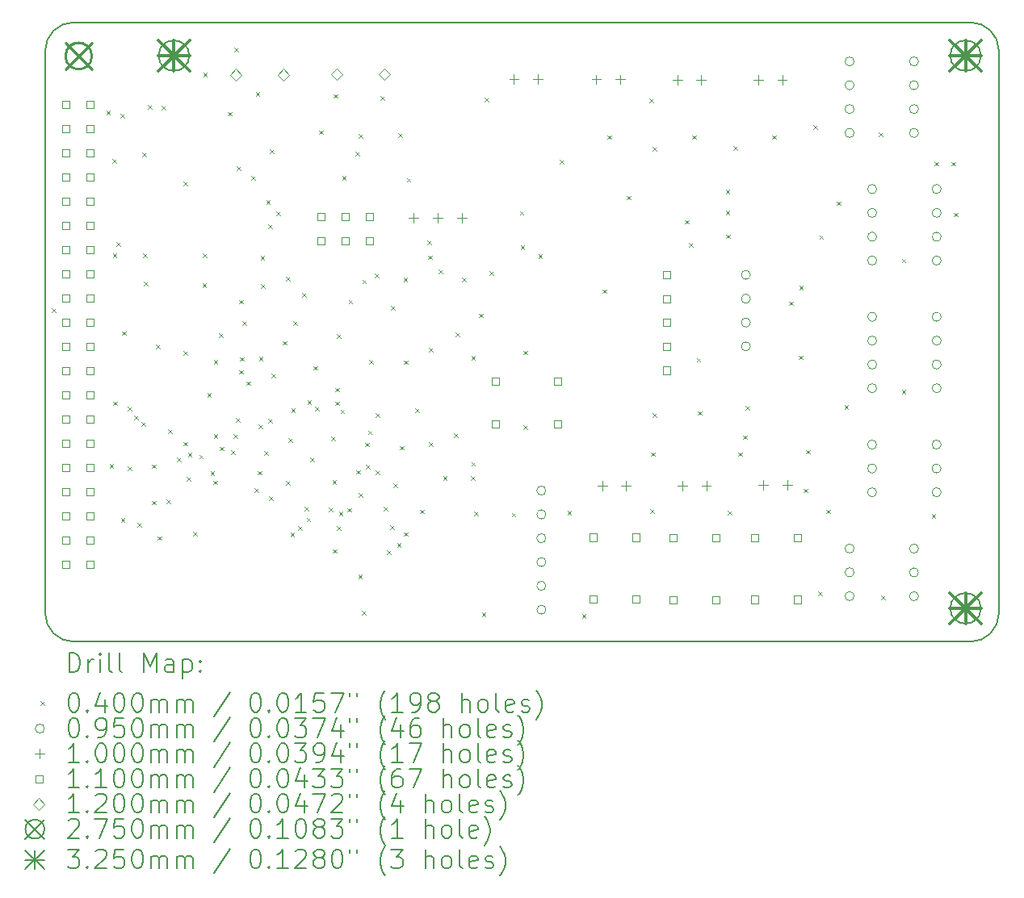
<source format=gbr>
%TF.GenerationSoftware,KiCad,Pcbnew,7.0.7*%
%TF.CreationDate,2023-11-29T11:07:57+01:00*%
%TF.ProjectId,Astroplant_AL,41737472-6f70-46c6-916e-745f414c2e6b,rev?*%
%TF.SameCoordinates,Original*%
%TF.FileFunction,Drillmap*%
%TF.FilePolarity,Positive*%
%FSLAX45Y45*%
G04 Gerber Fmt 4.5, Leading zero omitted, Abs format (unit mm)*
G04 Created by KiCad (PCBNEW 7.0.7) date 2023-11-29 11:07:57*
%MOMM*%
%LPD*%
G01*
G04 APERTURE LIST*
%ADD10C,0.150000*%
%ADD11C,0.200000*%
%ADD12C,0.040000*%
%ADD13C,0.095000*%
%ADD14C,0.100000*%
%ADD15C,0.110000*%
%ADD16C,0.120000*%
%ADD17C,0.275000*%
%ADD18C,0.325000*%
G04 APERTURE END LIST*
D10*
X6429000Y-12768000D02*
G75*
G03*
X6729000Y-13068000I300000J0D01*
G01*
X6729000Y-6568000D02*
G75*
G03*
X6429000Y-6868000I0J-300000D01*
G01*
X7939000Y-6918000D02*
G75*
G03*
X7939000Y-6918000I-160000J0D01*
G01*
X16129000Y-6568000D02*
X6729000Y-6568000D01*
X6729000Y-13068000D02*
X16129000Y-13068000D01*
X16239000Y-12718000D02*
G75*
G03*
X16239000Y-12718000I-160000J0D01*
G01*
X6919000Y-6918000D02*
G75*
G03*
X6919000Y-6918000I-140000J0D01*
G01*
X16429000Y-12768000D02*
X16429000Y-6868000D01*
X16239000Y-6918000D02*
G75*
G03*
X16239000Y-6918000I-160000J0D01*
G01*
X16429000Y-6868000D02*
G75*
G03*
X16129000Y-6568000I-300000J0D01*
G01*
X6429000Y-6868000D02*
X6429000Y-12768000D01*
X16129000Y-13068000D02*
G75*
G03*
X16429000Y-12768000I0J300000D01*
G01*
D11*
D12*
X6501500Y-9570000D02*
X6541500Y-9610000D01*
X6541500Y-9570000D02*
X6501500Y-9610000D01*
X7070000Y-7496000D02*
X7110000Y-7536000D01*
X7110000Y-7496000D02*
X7070000Y-7536000D01*
X7103500Y-11201000D02*
X7143500Y-11241000D01*
X7143500Y-11201000D02*
X7103500Y-11241000D01*
X7133000Y-8006000D02*
X7173000Y-8046000D01*
X7173000Y-8006000D02*
X7133000Y-8046000D01*
X7137000Y-8995000D02*
X7177000Y-9035000D01*
X7177000Y-8995000D02*
X7137000Y-9035000D01*
X7140500Y-10548000D02*
X7180500Y-10588000D01*
X7180500Y-10548000D02*
X7140500Y-10588000D01*
X7178500Y-8875000D02*
X7218500Y-8915000D01*
X7218500Y-8875000D02*
X7178500Y-8915000D01*
X7216500Y-7531000D02*
X7256500Y-7571000D01*
X7256500Y-7531000D02*
X7216500Y-7571000D01*
X7223500Y-11768000D02*
X7263500Y-11808000D01*
X7263500Y-11768000D02*
X7223500Y-11808000D01*
X7235000Y-9811000D02*
X7275000Y-9851000D01*
X7275000Y-9811000D02*
X7235000Y-9851000D01*
X7294500Y-10604000D02*
X7334500Y-10644000D01*
X7334500Y-10604000D02*
X7294500Y-10644000D01*
X7294500Y-11232000D02*
X7334500Y-11272000D01*
X7334500Y-11232000D02*
X7294500Y-11272000D01*
X7363500Y-10698000D02*
X7403500Y-10738000D01*
X7403500Y-10698000D02*
X7363500Y-10738000D01*
X7394500Y-11820000D02*
X7434500Y-11860000D01*
X7434500Y-11820000D02*
X7394500Y-11860000D01*
X7439995Y-10764546D02*
X7479995Y-10804546D01*
X7479995Y-10764546D02*
X7439995Y-10804546D01*
X7445000Y-7936000D02*
X7485000Y-7976000D01*
X7485000Y-7936000D02*
X7445000Y-7976000D01*
X7457000Y-8991000D02*
X7497000Y-9031000D01*
X7497000Y-8991000D02*
X7457000Y-9031000D01*
X7466000Y-9291000D02*
X7506000Y-9331000D01*
X7506000Y-9291000D02*
X7466000Y-9331000D01*
X7504000Y-7438000D02*
X7544000Y-7478000D01*
X7544000Y-7438000D02*
X7504000Y-7478000D01*
X7549200Y-11206800D02*
X7589200Y-11246800D01*
X7589200Y-11206800D02*
X7549200Y-11246800D01*
X7549200Y-11587800D02*
X7589200Y-11627800D01*
X7589200Y-11587800D02*
X7549200Y-11627800D01*
X7589500Y-9952000D02*
X7629500Y-9992000D01*
X7629500Y-9952000D02*
X7589500Y-9992000D01*
X7605184Y-11961866D02*
X7645184Y-12001866D01*
X7645184Y-11961866D02*
X7605184Y-12001866D01*
X7651500Y-7446000D02*
X7691500Y-7486000D01*
X7691500Y-7446000D02*
X7651500Y-7486000D01*
X7702500Y-11576000D02*
X7742500Y-11616000D01*
X7742500Y-11576000D02*
X7702500Y-11616000D01*
X7717500Y-10838000D02*
X7757500Y-10878000D01*
X7757500Y-10838000D02*
X7717500Y-10878000D01*
X7811500Y-11136000D02*
X7851500Y-11176000D01*
X7851500Y-11136000D02*
X7811500Y-11176000D01*
X7879500Y-8241000D02*
X7919500Y-8281000D01*
X7919500Y-8241000D02*
X7879500Y-8281000D01*
X7879500Y-10018000D02*
X7919500Y-10058000D01*
X7919500Y-10018000D02*
X7879500Y-10058000D01*
X7879500Y-10971000D02*
X7919500Y-11011000D01*
X7919500Y-10971000D02*
X7879500Y-11011000D01*
X7911000Y-11338000D02*
X7951000Y-11378000D01*
X7951000Y-11338000D02*
X7911000Y-11378000D01*
X7925000Y-11083000D02*
X7965000Y-11123000D01*
X7965000Y-11083000D02*
X7925000Y-11123000D01*
X7983000Y-11912000D02*
X8023000Y-11952000D01*
X8023000Y-11912000D02*
X7983000Y-11952000D01*
X8044500Y-11107000D02*
X8084500Y-11147000D01*
X8084500Y-11107000D02*
X8044500Y-11147000D01*
X8078000Y-9308000D02*
X8118000Y-9348000D01*
X8118000Y-9308000D02*
X8078000Y-9348000D01*
X8081000Y-8991000D02*
X8121000Y-9031000D01*
X8121000Y-8991000D02*
X8081000Y-9031000D01*
X8086000Y-7095000D02*
X8126000Y-7135000D01*
X8126000Y-7095000D02*
X8086000Y-7135000D01*
X8128500Y-10460000D02*
X8168500Y-10500000D01*
X8168500Y-10460000D02*
X8128500Y-10500000D01*
X8161500Y-11277550D02*
X8201500Y-11317550D01*
X8201500Y-11277550D02*
X8161500Y-11317550D01*
X8192000Y-11377000D02*
X8232000Y-11417000D01*
X8232000Y-11377000D02*
X8192000Y-11417000D01*
X8197500Y-10113000D02*
X8237500Y-10153000D01*
X8237500Y-10113000D02*
X8197500Y-10153000D01*
X8197500Y-10892000D02*
X8237500Y-10932000D01*
X8237500Y-10892000D02*
X8197500Y-10932000D01*
X8254500Y-9830000D02*
X8294500Y-9870000D01*
X8294500Y-9830000D02*
X8254500Y-9870000D01*
X8258500Y-11022000D02*
X8298500Y-11062000D01*
X8298500Y-11022000D02*
X8258500Y-11062000D01*
X8343500Y-7507450D02*
X8383500Y-7547450D01*
X8383500Y-7507450D02*
X8343500Y-7547450D01*
X8378500Y-11061000D02*
X8418500Y-11101000D01*
X8418500Y-11061000D02*
X8378500Y-11101000D01*
X8402500Y-10891000D02*
X8442500Y-10931000D01*
X8442500Y-10891000D02*
X8402500Y-10931000D01*
X8412500Y-6836000D02*
X8452500Y-6876000D01*
X8452500Y-6836000D02*
X8412500Y-6876000D01*
X8430000Y-10722000D02*
X8470000Y-10762000D01*
X8470000Y-10722000D02*
X8430000Y-10762000D01*
X8436500Y-8078000D02*
X8476500Y-8118000D01*
X8476500Y-8078000D02*
X8436500Y-8118000D01*
X8460500Y-10217000D02*
X8500500Y-10257000D01*
X8500500Y-10217000D02*
X8460500Y-10257000D01*
X8465500Y-9481550D02*
X8505500Y-9521550D01*
X8505500Y-9481550D02*
X8465500Y-9521550D01*
X8472000Y-10082000D02*
X8512000Y-10122000D01*
X8512000Y-10082000D02*
X8472000Y-10122000D01*
X8496000Y-9706000D02*
X8536000Y-9746000D01*
X8536000Y-9706000D02*
X8496000Y-9746000D01*
X8537500Y-10335000D02*
X8577500Y-10375000D01*
X8577500Y-10335000D02*
X8537500Y-10375000D01*
X8592500Y-8181000D02*
X8632500Y-8221000D01*
X8632500Y-8181000D02*
X8592500Y-8221000D01*
X8627000Y-11456000D02*
X8667000Y-11496000D01*
X8667000Y-11456000D02*
X8627000Y-11496000D01*
X8637500Y-7303000D02*
X8677500Y-7343000D01*
X8677500Y-7303000D02*
X8637500Y-7343000D01*
X8656000Y-11275450D02*
X8696000Y-11315450D01*
X8696000Y-11275450D02*
X8656000Y-11315450D01*
X8667500Y-10790550D02*
X8707500Y-10830550D01*
X8707500Y-10790550D02*
X8667500Y-10830550D01*
X8670500Y-10078000D02*
X8710500Y-10118000D01*
X8710500Y-10078000D02*
X8670500Y-10118000D01*
X8687000Y-9018000D02*
X8727000Y-9058000D01*
X8727000Y-9018000D02*
X8687000Y-9058000D01*
X8690000Y-9316000D02*
X8730000Y-9356000D01*
X8730000Y-9316000D02*
X8690000Y-9356000D01*
X8723760Y-11070550D02*
X8763760Y-11110550D01*
X8763760Y-11070550D02*
X8723760Y-11110550D01*
X8746500Y-8434000D02*
X8786500Y-8474000D01*
X8786500Y-8434000D02*
X8746500Y-8474000D01*
X8765000Y-10729000D02*
X8805000Y-10769000D01*
X8805000Y-10729000D02*
X8765000Y-10769000D01*
X8765500Y-8686000D02*
X8805500Y-8726000D01*
X8805500Y-8686000D02*
X8765500Y-8726000D01*
X8777500Y-11542000D02*
X8817500Y-11582000D01*
X8817500Y-11542000D02*
X8777500Y-11582000D01*
X8783000Y-7900000D02*
X8823000Y-7940000D01*
X8823000Y-7900000D02*
X8783000Y-7940000D01*
X8803000Y-10256000D02*
X8843000Y-10296000D01*
X8843000Y-10256000D02*
X8803000Y-10296000D01*
X8853500Y-8551000D02*
X8893500Y-8591000D01*
X8893500Y-8551000D02*
X8853500Y-8591000D01*
X8919500Y-9912500D02*
X8959500Y-9952500D01*
X8959500Y-9912500D02*
X8919500Y-9952500D01*
X8955000Y-9242000D02*
X8995000Y-9282000D01*
X8995000Y-9242000D02*
X8955000Y-9282000D01*
X8956000Y-11380000D02*
X8996000Y-11420000D01*
X8996000Y-11380000D02*
X8956000Y-11420000D01*
X8977500Y-10935000D02*
X9017500Y-10975000D01*
X9017500Y-10935000D02*
X8977500Y-10975000D01*
X9001000Y-11926000D02*
X9041000Y-11966000D01*
X9041000Y-11926000D02*
X9001000Y-11966000D01*
X9008500Y-10617000D02*
X9048500Y-10657000D01*
X9048500Y-10617000D02*
X9008500Y-10657000D01*
X9028000Y-9706000D02*
X9068000Y-9746000D01*
X9068000Y-9706000D02*
X9028000Y-9746000D01*
X9083000Y-11855000D02*
X9123000Y-11895000D01*
X9123000Y-11855000D02*
X9083000Y-11895000D01*
X9125000Y-9406000D02*
X9165000Y-9446000D01*
X9165000Y-9406000D02*
X9125000Y-9446000D01*
X9146000Y-11655000D02*
X9186000Y-11695000D01*
X9186000Y-11655000D02*
X9146000Y-11695000D01*
X9171000Y-11767000D02*
X9211000Y-11807000D01*
X9211000Y-11767000D02*
X9171000Y-11807000D01*
X9179500Y-10537000D02*
X9219500Y-10577000D01*
X9219500Y-10537000D02*
X9179500Y-10577000D01*
X9208500Y-11133000D02*
X9248500Y-11173000D01*
X9248500Y-11133000D02*
X9208500Y-11173000D01*
X9208500Y-11133000D02*
X9248500Y-11173000D01*
X9248500Y-11133000D02*
X9208500Y-11173000D01*
X9240500Y-10174000D02*
X9280500Y-10214000D01*
X9280500Y-10174000D02*
X9240500Y-10214000D01*
X9261500Y-10604000D02*
X9301500Y-10644000D01*
X9301500Y-10604000D02*
X9261500Y-10644000D01*
X9298500Y-7702000D02*
X9338500Y-7742000D01*
X9338500Y-7702000D02*
X9298500Y-7742000D01*
X9405500Y-11661000D02*
X9445500Y-11701000D01*
X9445500Y-11661000D02*
X9405500Y-11701000D01*
X9430500Y-10916000D02*
X9470500Y-10956000D01*
X9470500Y-10916000D02*
X9430500Y-10956000D01*
X9441500Y-11375000D02*
X9481500Y-11415000D01*
X9481500Y-11375000D02*
X9441500Y-11415000D01*
X9443500Y-12098000D02*
X9483500Y-12138000D01*
X9483500Y-12098000D02*
X9443500Y-12138000D01*
X9452500Y-7322000D02*
X9492500Y-7362000D01*
X9492500Y-7322000D02*
X9452500Y-7362000D01*
X9470950Y-10403000D02*
X9510950Y-10443000D01*
X9510950Y-10403000D02*
X9470950Y-10443000D01*
X9470950Y-10547000D02*
X9510950Y-10587000D01*
X9510950Y-10547000D02*
X9470950Y-10587000D01*
X9487500Y-9839000D02*
X9527500Y-9879000D01*
X9527500Y-9839000D02*
X9487500Y-9879000D01*
X9490500Y-11853000D02*
X9530500Y-11893000D01*
X9530500Y-11853000D02*
X9490500Y-11893000D01*
X9508500Y-11701000D02*
X9548500Y-11741000D01*
X9548500Y-11701000D02*
X9508500Y-11741000D01*
X9525106Y-10631650D02*
X9565106Y-10671650D01*
X9565106Y-10631650D02*
X9525106Y-10671650D01*
X9542000Y-8184000D02*
X9582000Y-8224000D01*
X9582000Y-8184000D02*
X9542000Y-8224000D01*
X9598500Y-11664000D02*
X9638500Y-11704000D01*
X9638500Y-11664000D02*
X9598500Y-11704000D01*
X9609500Y-9481000D02*
X9649500Y-9521000D01*
X9649500Y-9481000D02*
X9609500Y-9521000D01*
X9680000Y-7926000D02*
X9720000Y-7966000D01*
X9720000Y-7926000D02*
X9680000Y-7966000D01*
X9693035Y-11266065D02*
X9733035Y-11306065D01*
X9733035Y-11266065D02*
X9693035Y-11306065D01*
X9711500Y-12364000D02*
X9751500Y-12404000D01*
X9751500Y-12364000D02*
X9711500Y-12404000D01*
X9716500Y-7738000D02*
X9756500Y-7778000D01*
X9756500Y-7738000D02*
X9716500Y-7778000D01*
X9718500Y-11510000D02*
X9758500Y-11550000D01*
X9758500Y-11510000D02*
X9718500Y-11550000D01*
X9750500Y-12742000D02*
X9790500Y-12782000D01*
X9790500Y-12742000D02*
X9750500Y-12782000D01*
X9755050Y-9269000D02*
X9795050Y-9309000D01*
X9795050Y-9269000D02*
X9755050Y-9309000D01*
X9784400Y-10978200D02*
X9824400Y-11018200D01*
X9824400Y-10978200D02*
X9784400Y-11018200D01*
X9793500Y-11210000D02*
X9833500Y-11250000D01*
X9833500Y-11210000D02*
X9793500Y-11250000D01*
X9812500Y-10853000D02*
X9852500Y-10893000D01*
X9852500Y-10853000D02*
X9812500Y-10893000D01*
X9824050Y-10112000D02*
X9864050Y-10152000D01*
X9864050Y-10112000D02*
X9824050Y-10152000D01*
X9883500Y-9208000D02*
X9923500Y-9248000D01*
X9923500Y-9208000D02*
X9883500Y-9248000D01*
X9892500Y-11272000D02*
X9932500Y-11312000D01*
X9932500Y-11272000D02*
X9892500Y-11312000D01*
X9894500Y-10670000D02*
X9934500Y-10710000D01*
X9934500Y-10670000D02*
X9894500Y-10710000D01*
X9942500Y-7342000D02*
X9982500Y-7382000D01*
X9982500Y-7342000D02*
X9942500Y-7382000D01*
X9979000Y-11655000D02*
X10019000Y-11695000D01*
X10019000Y-11655000D02*
X9979000Y-11695000D01*
X10014250Y-12110750D02*
X10054250Y-12150750D01*
X10054250Y-12110750D02*
X10014250Y-12150750D01*
X10044500Y-11848000D02*
X10084500Y-11888000D01*
X10084500Y-11848000D02*
X10044500Y-11888000D01*
X10056500Y-9544000D02*
X10096500Y-9584000D01*
X10096500Y-9544000D02*
X10056500Y-9584000D01*
X10081500Y-11406000D02*
X10121500Y-11446000D01*
X10121500Y-11406000D02*
X10081500Y-11446000D01*
X10119500Y-12035500D02*
X10159500Y-12075500D01*
X10159500Y-12035500D02*
X10119500Y-12075500D01*
X10132500Y-7731000D02*
X10172500Y-7771000D01*
X10172500Y-7731000D02*
X10132500Y-7771000D01*
X10147000Y-11013000D02*
X10187000Y-11053000D01*
X10187000Y-11013000D02*
X10147000Y-11053000D01*
X10185000Y-9248000D02*
X10225000Y-9288000D01*
X10225000Y-9248000D02*
X10185000Y-9288000D01*
X10190800Y-10114600D02*
X10230800Y-10154600D01*
X10230800Y-10114600D02*
X10190800Y-10154600D01*
X10190800Y-11918000D02*
X10230800Y-11958000D01*
X10230800Y-11918000D02*
X10190800Y-11958000D01*
X10220000Y-8202000D02*
X10260000Y-8242000D01*
X10260000Y-8202000D02*
X10220000Y-8242000D01*
X10311500Y-10619000D02*
X10351500Y-10659000D01*
X10351500Y-10619000D02*
X10311500Y-10659000D01*
X10360500Y-11681000D02*
X10400500Y-11721000D01*
X10400500Y-11681000D02*
X10360500Y-11721000D01*
X10434000Y-8858000D02*
X10474000Y-8898000D01*
X10474000Y-8858000D02*
X10434000Y-8898000D01*
X10444000Y-9016000D02*
X10484000Y-9056000D01*
X10484000Y-9016000D02*
X10444000Y-9056000D01*
X10451500Y-9984000D02*
X10491500Y-10024000D01*
X10491500Y-9984000D02*
X10451500Y-10024000D01*
X10452500Y-10975000D02*
X10492500Y-11015000D01*
X10492500Y-10975000D02*
X10452500Y-11015000D01*
X10553000Y-9162000D02*
X10593000Y-9202000D01*
X10593000Y-9162000D02*
X10553000Y-9202000D01*
X10600000Y-11333000D02*
X10640000Y-11373000D01*
X10640000Y-11333000D02*
X10600000Y-11373000D01*
X10716000Y-10884000D02*
X10756000Y-10924000D01*
X10756000Y-10884000D02*
X10716000Y-10924000D01*
X10735000Y-9822000D02*
X10775000Y-9862000D01*
X10775000Y-9822000D02*
X10735000Y-9862000D01*
X10797000Y-9249000D02*
X10837000Y-9289000D01*
X10837000Y-9249000D02*
X10797000Y-9289000D01*
X10894000Y-11329000D02*
X10934000Y-11369000D01*
X10934000Y-11329000D02*
X10894000Y-11369000D01*
X10897500Y-10071550D02*
X10937500Y-10111550D01*
X10937500Y-10071550D02*
X10897500Y-10111550D01*
X10897500Y-11181400D02*
X10937500Y-11221400D01*
X10937500Y-11181400D02*
X10897500Y-11221400D01*
X10929000Y-11705000D02*
X10969000Y-11745000D01*
X10969000Y-11705000D02*
X10929000Y-11745000D01*
X10976000Y-9624000D02*
X11016000Y-9664000D01*
X11016000Y-9624000D02*
X10976000Y-9664000D01*
X11008500Y-12759000D02*
X11048500Y-12799000D01*
X11048500Y-12759000D02*
X11008500Y-12799000D01*
X11034000Y-7358000D02*
X11074000Y-7398000D01*
X11074000Y-7358000D02*
X11034000Y-7398000D01*
X11087000Y-9183000D02*
X11127000Y-9223000D01*
X11127000Y-9183000D02*
X11087000Y-9223000D01*
X11320000Y-11717000D02*
X11360000Y-11757000D01*
X11360000Y-11717000D02*
X11320000Y-11757000D01*
X11406000Y-8550000D02*
X11446000Y-8590000D01*
X11446000Y-8550000D02*
X11406000Y-8590000D01*
X11414000Y-8912000D02*
X11454000Y-8952000D01*
X11454000Y-8912000D02*
X11414000Y-8952000D01*
X11443000Y-10013000D02*
X11483000Y-10053000D01*
X11483000Y-10013000D02*
X11443000Y-10053000D01*
X11445500Y-10795000D02*
X11485500Y-10835000D01*
X11485500Y-10795000D02*
X11445500Y-10835000D01*
X11600000Y-9001000D02*
X11640000Y-9041000D01*
X11640000Y-9001000D02*
X11600000Y-9041000D01*
X11824050Y-8014550D02*
X11864050Y-8054550D01*
X11864050Y-8014550D02*
X11824050Y-8054550D01*
X11904500Y-11697000D02*
X11944500Y-11737000D01*
X11944500Y-11697000D02*
X11904500Y-11737000D01*
X12058000Y-12781000D02*
X12098000Y-12821000D01*
X12098000Y-12781000D02*
X12058000Y-12821000D01*
X12275500Y-9371000D02*
X12315500Y-9411000D01*
X12315500Y-9371000D02*
X12275500Y-9411000D01*
X12324400Y-7752400D02*
X12364400Y-7792400D01*
X12364400Y-7752400D02*
X12324400Y-7792400D01*
X12530000Y-8389000D02*
X12570000Y-8429000D01*
X12570000Y-8389000D02*
X12530000Y-8429000D01*
X12767000Y-7367000D02*
X12807000Y-7407000D01*
X12807000Y-7367000D02*
X12767000Y-7407000D01*
X12770500Y-11680000D02*
X12810500Y-11720000D01*
X12810500Y-11680000D02*
X12770500Y-11720000D01*
X12783500Y-11079800D02*
X12823500Y-11119800D01*
X12823500Y-11079800D02*
X12783500Y-11119800D01*
X12796550Y-7876550D02*
X12836550Y-7916550D01*
X12836550Y-7876550D02*
X12796550Y-7916550D01*
X12798500Y-10669000D02*
X12838500Y-10709000D01*
X12838500Y-10669000D02*
X12798500Y-10709000D01*
X13137200Y-8641400D02*
X13177200Y-8681400D01*
X13177200Y-8641400D02*
X13137200Y-8681400D01*
X13180000Y-8886000D02*
X13220000Y-8926000D01*
X13220000Y-8886000D02*
X13180000Y-8926000D01*
X13213400Y-7752400D02*
X13253400Y-7792400D01*
X13253400Y-7752400D02*
X13213400Y-7792400D01*
X13260500Y-10091000D02*
X13300500Y-10131000D01*
X13300500Y-10091000D02*
X13260500Y-10131000D01*
X13272500Y-10648000D02*
X13312500Y-10688000D01*
X13312500Y-10648000D02*
X13272500Y-10688000D01*
X13564000Y-8324000D02*
X13604000Y-8364000D01*
X13604000Y-8324000D02*
X13564000Y-8364000D01*
X13564000Y-8546000D02*
X13604000Y-8586000D01*
X13604000Y-8546000D02*
X13564000Y-8586000D01*
X13569000Y-8795000D02*
X13609000Y-8835000D01*
X13609000Y-8795000D02*
X13569000Y-8835000D01*
X13587500Y-11693000D02*
X13627500Y-11733000D01*
X13627500Y-11693000D02*
X13587500Y-11733000D01*
X13646550Y-7866550D02*
X13686550Y-7906550D01*
X13686550Y-7866550D02*
X13646550Y-7906550D01*
X13696000Y-11079800D02*
X13736000Y-11119800D01*
X13736000Y-11079800D02*
X13696000Y-11119800D01*
X13746800Y-10902000D02*
X13786800Y-10942000D01*
X13786800Y-10902000D02*
X13746800Y-10942000D01*
X13770000Y-10592000D02*
X13810000Y-10632000D01*
X13810000Y-10592000D02*
X13770000Y-10632000D01*
X14051600Y-7752400D02*
X14091600Y-7792400D01*
X14091600Y-7752400D02*
X14051600Y-7792400D01*
X14227000Y-9497000D02*
X14267000Y-9537000D01*
X14267000Y-9497000D02*
X14227000Y-9537000D01*
X14331000Y-10063800D02*
X14371000Y-10103800D01*
X14371000Y-10063800D02*
X14331000Y-10103800D01*
X14335079Y-9329469D02*
X14375079Y-9369469D01*
X14375079Y-9329469D02*
X14335079Y-9369469D01*
X14381800Y-11462000D02*
X14421800Y-11502000D01*
X14421800Y-11462000D02*
X14381800Y-11502000D01*
X14407200Y-11054400D02*
X14447200Y-11094400D01*
X14447200Y-11054400D02*
X14407200Y-11094400D01*
X14482500Y-7649000D02*
X14522500Y-7689000D01*
X14522500Y-7649000D02*
X14482500Y-7689000D01*
X14531500Y-12541000D02*
X14571500Y-12581000D01*
X14571500Y-12541000D02*
X14531500Y-12581000D01*
X14545329Y-8802719D02*
X14585329Y-8842719D01*
X14585329Y-8802719D02*
X14545329Y-8842719D01*
X14617500Y-11682500D02*
X14657500Y-11722500D01*
X14657500Y-11682500D02*
X14617500Y-11722500D01*
X14726079Y-8448469D02*
X14766079Y-8488469D01*
X14766079Y-8448469D02*
X14726079Y-8488469D01*
X14810000Y-10584000D02*
X14850000Y-10624000D01*
X14850000Y-10584000D02*
X14810000Y-10624000D01*
X15170500Y-7722000D02*
X15210500Y-7762000D01*
X15210500Y-7722000D02*
X15170500Y-7762000D01*
X15195500Y-12585000D02*
X15235500Y-12625000D01*
X15235500Y-12585000D02*
X15195500Y-12625000D01*
X15410079Y-9048469D02*
X15450079Y-9088469D01*
X15450079Y-9048469D02*
X15410079Y-9088469D01*
X15410079Y-10425469D02*
X15450079Y-10465469D01*
X15450079Y-10425469D02*
X15410079Y-10465469D01*
X15723500Y-11728000D02*
X15763500Y-11768000D01*
X15763500Y-11728000D02*
X15723500Y-11768000D01*
X15753400Y-8031800D02*
X15793400Y-8071800D01*
X15793400Y-8031800D02*
X15753400Y-8071800D01*
X15931200Y-8031800D02*
X15971200Y-8071800D01*
X15971200Y-8031800D02*
X15931200Y-8071800D01*
X15956600Y-8565200D02*
X15996600Y-8605200D01*
X15996600Y-8565200D02*
X15956600Y-8605200D01*
D13*
X11679000Y-11482000D02*
G75*
G03*
X11679000Y-11482000I-47500J0D01*
G01*
X11679000Y-11732000D02*
G75*
G03*
X11679000Y-11732000I-47500J0D01*
G01*
X11679000Y-11982000D02*
G75*
G03*
X11679000Y-11982000I-47500J0D01*
G01*
X11679000Y-12232000D02*
G75*
G03*
X11679000Y-12232000I-47500J0D01*
G01*
X11679000Y-12482000D02*
G75*
G03*
X11679000Y-12482000I-47500J0D01*
G01*
X11679000Y-12732000D02*
G75*
G03*
X11679000Y-12732000I-47500J0D01*
G01*
X13822770Y-9218665D02*
G75*
G03*
X13822770Y-9218665I-47500J0D01*
G01*
X13822770Y-9468665D02*
G75*
G03*
X13822770Y-9468665I-47500J0D01*
G01*
X13822770Y-9718665D02*
G75*
G03*
X13822770Y-9718665I-47500J0D01*
G01*
X13822770Y-9968665D02*
G75*
G03*
X13822770Y-9968665I-47500J0D01*
G01*
X14910243Y-6978331D02*
G75*
G03*
X14910243Y-6978331I-47500J0D01*
G01*
X14910243Y-7228331D02*
G75*
G03*
X14910243Y-7228331I-47500J0D01*
G01*
X14910243Y-7478331D02*
G75*
G03*
X14910243Y-7478331I-47500J0D01*
G01*
X14910243Y-7728331D02*
G75*
G03*
X14910243Y-7728331I-47500J0D01*
G01*
X14910629Y-12089712D02*
G75*
G03*
X14910629Y-12089712I-47500J0D01*
G01*
X14910629Y-12339712D02*
G75*
G03*
X14910629Y-12339712I-47500J0D01*
G01*
X14910629Y-12589712D02*
G75*
G03*
X14910629Y-12589712I-47500J0D01*
G01*
X15146454Y-11000053D02*
G75*
G03*
X15146454Y-11000053I-47500J0D01*
G01*
X15146454Y-11250053D02*
G75*
G03*
X15146454Y-11250053I-47500J0D01*
G01*
X15146454Y-11500053D02*
G75*
G03*
X15146454Y-11500053I-47500J0D01*
G01*
X15147145Y-8317975D02*
G75*
G03*
X15147145Y-8317975I-47500J0D01*
G01*
X15147145Y-8567975D02*
G75*
G03*
X15147145Y-8567975I-47500J0D01*
G01*
X15147145Y-8817975D02*
G75*
G03*
X15147145Y-8817975I-47500J0D01*
G01*
X15147145Y-9067975D02*
G75*
G03*
X15147145Y-9067975I-47500J0D01*
G01*
X15147639Y-9658545D02*
G75*
G03*
X15147639Y-9658545I-47500J0D01*
G01*
X15147639Y-9908545D02*
G75*
G03*
X15147639Y-9908545I-47500J0D01*
G01*
X15147639Y-10158545D02*
G75*
G03*
X15147639Y-10158545I-47500J0D01*
G01*
X15147639Y-10408545D02*
G75*
G03*
X15147639Y-10408545I-47500J0D01*
G01*
X15585472Y-6978666D02*
G75*
G03*
X15585472Y-6978666I-47500J0D01*
G01*
X15585472Y-7228666D02*
G75*
G03*
X15585472Y-7228666I-47500J0D01*
G01*
X15585472Y-7478666D02*
G75*
G03*
X15585472Y-7478666I-47500J0D01*
G01*
X15585472Y-7728666D02*
G75*
G03*
X15585472Y-7728666I-47500J0D01*
G01*
X15585629Y-12090712D02*
G75*
G03*
X15585629Y-12090712I-47500J0D01*
G01*
X15585629Y-12340712D02*
G75*
G03*
X15585629Y-12340712I-47500J0D01*
G01*
X15585629Y-12590712D02*
G75*
G03*
X15585629Y-12590712I-47500J0D01*
G01*
X15821788Y-10999718D02*
G75*
G03*
X15821788Y-10999718I-47500J0D01*
G01*
X15821788Y-11249718D02*
G75*
G03*
X15821788Y-11249718I-47500J0D01*
G01*
X15821788Y-11499718D02*
G75*
G03*
X15821788Y-11499718I-47500J0D01*
G01*
X15823079Y-9658469D02*
G75*
G03*
X15823079Y-9658469I-47500J0D01*
G01*
X15823079Y-9908469D02*
G75*
G03*
X15823079Y-9908469I-47500J0D01*
G01*
X15823079Y-10158469D02*
G75*
G03*
X15823079Y-10158469I-47500J0D01*
G01*
X15823079Y-10408469D02*
G75*
G03*
X15823079Y-10408469I-47500J0D01*
G01*
X15823208Y-8318181D02*
G75*
G03*
X15823208Y-8318181I-47500J0D01*
G01*
X15823208Y-8568181D02*
G75*
G03*
X15823208Y-8568181I-47500J0D01*
G01*
X15823208Y-8818181D02*
G75*
G03*
X15823208Y-8818181I-47500J0D01*
G01*
X15823208Y-9068181D02*
G75*
G03*
X15823208Y-9068181I-47500J0D01*
G01*
D14*
X10293500Y-8570000D02*
X10293500Y-8670000D01*
X10243500Y-8620000D02*
X10343500Y-8620000D01*
X10547500Y-8570000D02*
X10547500Y-8670000D01*
X10497500Y-8620000D02*
X10597500Y-8620000D01*
X10801500Y-8570000D02*
X10801500Y-8670000D01*
X10751500Y-8620000D02*
X10851500Y-8620000D01*
X11344050Y-7112050D02*
X11344050Y-7212050D01*
X11294050Y-7162050D02*
X11394050Y-7162050D01*
X11594050Y-7112050D02*
X11594050Y-7212050D01*
X11544050Y-7162050D02*
X11644050Y-7162050D01*
X12208050Y-7118050D02*
X12208050Y-7218050D01*
X12158050Y-7168050D02*
X12258050Y-7168050D01*
X12270400Y-11381000D02*
X12270400Y-11481000D01*
X12220400Y-11431000D02*
X12320400Y-11431000D01*
X12458050Y-7118050D02*
X12458050Y-7218050D01*
X12408050Y-7168050D02*
X12508050Y-7168050D01*
X12520400Y-11381000D02*
X12520400Y-11481000D01*
X12470400Y-11431000D02*
X12570400Y-11431000D01*
X13058050Y-7120050D02*
X13058050Y-7220050D01*
X13008050Y-7170050D02*
X13108050Y-7170050D01*
X13110400Y-11380000D02*
X13110400Y-11480000D01*
X13060400Y-11430000D02*
X13160400Y-11430000D01*
X13308050Y-7120050D02*
X13308050Y-7220050D01*
X13258050Y-7170050D02*
X13358050Y-7170050D01*
X13360400Y-11380000D02*
X13360400Y-11480000D01*
X13310400Y-11430000D02*
X13410400Y-11430000D01*
X13906050Y-7121050D02*
X13906050Y-7221050D01*
X13856050Y-7171050D02*
X13956050Y-7171050D01*
X13957400Y-11376000D02*
X13957400Y-11476000D01*
X13907400Y-11426000D02*
X14007400Y-11426000D01*
X14156050Y-7121050D02*
X14156050Y-7221050D01*
X14106050Y-7171050D02*
X14206050Y-7171050D01*
X14207400Y-11376000D02*
X14207400Y-11476000D01*
X14157400Y-11426000D02*
X14257400Y-11426000D01*
D15*
X6686891Y-7470891D02*
X6686891Y-7393109D01*
X6609109Y-7393109D01*
X6609109Y-7470891D01*
X6686891Y-7470891D01*
X6686891Y-7724891D02*
X6686891Y-7647109D01*
X6609109Y-7647109D01*
X6609109Y-7724891D01*
X6686891Y-7724891D01*
X6686891Y-7978891D02*
X6686891Y-7901109D01*
X6609109Y-7901109D01*
X6609109Y-7978891D01*
X6686891Y-7978891D01*
X6686891Y-8232891D02*
X6686891Y-8155109D01*
X6609109Y-8155109D01*
X6609109Y-8232891D01*
X6686891Y-8232891D01*
X6686891Y-8486891D02*
X6686891Y-8409109D01*
X6609109Y-8409109D01*
X6609109Y-8486891D01*
X6686891Y-8486891D01*
X6686891Y-8740891D02*
X6686891Y-8663109D01*
X6609109Y-8663109D01*
X6609109Y-8740891D01*
X6686891Y-8740891D01*
X6686891Y-8994891D02*
X6686891Y-8917109D01*
X6609109Y-8917109D01*
X6609109Y-8994891D01*
X6686891Y-8994891D01*
X6686891Y-9248891D02*
X6686891Y-9171109D01*
X6609109Y-9171109D01*
X6609109Y-9248891D01*
X6686891Y-9248891D01*
X6686891Y-9502891D02*
X6686891Y-9425109D01*
X6609109Y-9425109D01*
X6609109Y-9502891D01*
X6686891Y-9502891D01*
X6686891Y-9756891D02*
X6686891Y-9679109D01*
X6609109Y-9679109D01*
X6609109Y-9756891D01*
X6686891Y-9756891D01*
X6686891Y-10010891D02*
X6686891Y-9933109D01*
X6609109Y-9933109D01*
X6609109Y-10010891D01*
X6686891Y-10010891D01*
X6686891Y-10264891D02*
X6686891Y-10187109D01*
X6609109Y-10187109D01*
X6609109Y-10264891D01*
X6686891Y-10264891D01*
X6686891Y-10518891D02*
X6686891Y-10441109D01*
X6609109Y-10441109D01*
X6609109Y-10518891D01*
X6686891Y-10518891D01*
X6686891Y-10772891D02*
X6686891Y-10695109D01*
X6609109Y-10695109D01*
X6609109Y-10772891D01*
X6686891Y-10772891D01*
X6686891Y-11026891D02*
X6686891Y-10949109D01*
X6609109Y-10949109D01*
X6609109Y-11026891D01*
X6686891Y-11026891D01*
X6686891Y-11280891D02*
X6686891Y-11203109D01*
X6609109Y-11203109D01*
X6609109Y-11280891D01*
X6686891Y-11280891D01*
X6686891Y-11534891D02*
X6686891Y-11457109D01*
X6609109Y-11457109D01*
X6609109Y-11534891D01*
X6686891Y-11534891D01*
X6686891Y-11788891D02*
X6686891Y-11711109D01*
X6609109Y-11711109D01*
X6609109Y-11788891D01*
X6686891Y-11788891D01*
X6686891Y-12042891D02*
X6686891Y-11965109D01*
X6609109Y-11965109D01*
X6609109Y-12042891D01*
X6686891Y-12042891D01*
X6686891Y-12296891D02*
X6686891Y-12219109D01*
X6609109Y-12219109D01*
X6609109Y-12296891D01*
X6686891Y-12296891D01*
X6940891Y-7470891D02*
X6940891Y-7393109D01*
X6863109Y-7393109D01*
X6863109Y-7470891D01*
X6940891Y-7470891D01*
X6940891Y-7724891D02*
X6940891Y-7647109D01*
X6863109Y-7647109D01*
X6863109Y-7724891D01*
X6940891Y-7724891D01*
X6940891Y-7978891D02*
X6940891Y-7901109D01*
X6863109Y-7901109D01*
X6863109Y-7978891D01*
X6940891Y-7978891D01*
X6940891Y-8232891D02*
X6940891Y-8155109D01*
X6863109Y-8155109D01*
X6863109Y-8232891D01*
X6940891Y-8232891D01*
X6940891Y-8486891D02*
X6940891Y-8409109D01*
X6863109Y-8409109D01*
X6863109Y-8486891D01*
X6940891Y-8486891D01*
X6940891Y-8740891D02*
X6940891Y-8663109D01*
X6863109Y-8663109D01*
X6863109Y-8740891D01*
X6940891Y-8740891D01*
X6940891Y-8994891D02*
X6940891Y-8917109D01*
X6863109Y-8917109D01*
X6863109Y-8994891D01*
X6940891Y-8994891D01*
X6940891Y-9248891D02*
X6940891Y-9171109D01*
X6863109Y-9171109D01*
X6863109Y-9248891D01*
X6940891Y-9248891D01*
X6940891Y-9502891D02*
X6940891Y-9425109D01*
X6863109Y-9425109D01*
X6863109Y-9502891D01*
X6940891Y-9502891D01*
X6940891Y-9756891D02*
X6940891Y-9679109D01*
X6863109Y-9679109D01*
X6863109Y-9756891D01*
X6940891Y-9756891D01*
X6940891Y-10010891D02*
X6940891Y-9933109D01*
X6863109Y-9933109D01*
X6863109Y-10010891D01*
X6940891Y-10010891D01*
X6940891Y-10264891D02*
X6940891Y-10187109D01*
X6863109Y-10187109D01*
X6863109Y-10264891D01*
X6940891Y-10264891D01*
X6940891Y-10518891D02*
X6940891Y-10441109D01*
X6863109Y-10441109D01*
X6863109Y-10518891D01*
X6940891Y-10518891D01*
X6940891Y-10772891D02*
X6940891Y-10695109D01*
X6863109Y-10695109D01*
X6863109Y-10772891D01*
X6940891Y-10772891D01*
X6940891Y-11026891D02*
X6940891Y-10949109D01*
X6863109Y-10949109D01*
X6863109Y-11026891D01*
X6940891Y-11026891D01*
X6940891Y-11280891D02*
X6940891Y-11203109D01*
X6863109Y-11203109D01*
X6863109Y-11280891D01*
X6940891Y-11280891D01*
X6940891Y-11534891D02*
X6940891Y-11457109D01*
X6863109Y-11457109D01*
X6863109Y-11534891D01*
X6940891Y-11534891D01*
X6940891Y-11788891D02*
X6940891Y-11711109D01*
X6863109Y-11711109D01*
X6863109Y-11788891D01*
X6940891Y-11788891D01*
X6940891Y-12042891D02*
X6940891Y-11965109D01*
X6863109Y-11965109D01*
X6863109Y-12042891D01*
X6940891Y-12042891D01*
X6940891Y-12296891D02*
X6940891Y-12219109D01*
X6863109Y-12219109D01*
X6863109Y-12296891D01*
X6940891Y-12296891D01*
X9356891Y-8647891D02*
X9356891Y-8570109D01*
X9279109Y-8570109D01*
X9279109Y-8647891D01*
X9356891Y-8647891D01*
X9356891Y-8901891D02*
X9356891Y-8824109D01*
X9279109Y-8824109D01*
X9279109Y-8901891D01*
X9356891Y-8901891D01*
X9610891Y-8647891D02*
X9610891Y-8570109D01*
X9533109Y-8570109D01*
X9533109Y-8647891D01*
X9610891Y-8647891D01*
X9610891Y-8901891D02*
X9610891Y-8824109D01*
X9533109Y-8824109D01*
X9533109Y-8901891D01*
X9610891Y-8901891D01*
X9864891Y-8647891D02*
X9864891Y-8570109D01*
X9787109Y-8570109D01*
X9787109Y-8647891D01*
X9864891Y-8647891D01*
X9864891Y-8901891D02*
X9864891Y-8824109D01*
X9787109Y-8824109D01*
X9787109Y-8901891D01*
X9864891Y-8901891D01*
X11190391Y-10373891D02*
X11190391Y-10296109D01*
X11112609Y-10296109D01*
X11112609Y-10373891D01*
X11190391Y-10373891D01*
X11190391Y-10823891D02*
X11190391Y-10746109D01*
X11112609Y-10746109D01*
X11112609Y-10823891D01*
X11190391Y-10823891D01*
X11840391Y-10373891D02*
X11840391Y-10296109D01*
X11762609Y-10296109D01*
X11762609Y-10373891D01*
X11840391Y-10373891D01*
X11840391Y-10823891D02*
X11840391Y-10746109D01*
X11762609Y-10746109D01*
X11762609Y-10823891D01*
X11840391Y-10823891D01*
X12212291Y-12011891D02*
X12212291Y-11934109D01*
X12134509Y-11934109D01*
X12134509Y-12011891D01*
X12212291Y-12011891D01*
X12212291Y-12661891D02*
X12212291Y-12584109D01*
X12134509Y-12584109D01*
X12134509Y-12661891D01*
X12212291Y-12661891D01*
X12662291Y-12011891D02*
X12662291Y-11934109D01*
X12584509Y-11934109D01*
X12584509Y-12011891D01*
X12662291Y-12011891D01*
X12662291Y-12661891D02*
X12662291Y-12584109D01*
X12584509Y-12584109D01*
X12584509Y-12661891D01*
X12662291Y-12661891D01*
X12986391Y-9258891D02*
X12986391Y-9181109D01*
X12908609Y-9181109D01*
X12908609Y-9258891D01*
X12986391Y-9258891D01*
X12986391Y-9508891D02*
X12986391Y-9431109D01*
X12908609Y-9431109D01*
X12908609Y-9508891D01*
X12986391Y-9508891D01*
X12986391Y-9758891D02*
X12986391Y-9681109D01*
X12908609Y-9681109D01*
X12908609Y-9758891D01*
X12986391Y-9758891D01*
X12986391Y-10008891D02*
X12986391Y-9931109D01*
X12908609Y-9931109D01*
X12908609Y-10008891D01*
X12986391Y-10008891D01*
X12986391Y-10258891D02*
X12986391Y-10181109D01*
X12908609Y-10181109D01*
X12908609Y-10258891D01*
X12986391Y-10258891D01*
X13049291Y-12017891D02*
X13049291Y-11940109D01*
X12971509Y-11940109D01*
X12971509Y-12017891D01*
X13049291Y-12017891D01*
X13049291Y-12667891D02*
X13049291Y-12590109D01*
X12971509Y-12590109D01*
X12971509Y-12667891D01*
X13049291Y-12667891D01*
X13499291Y-12017891D02*
X13499291Y-11940109D01*
X13421509Y-11940109D01*
X13421509Y-12017891D01*
X13499291Y-12017891D01*
X13499291Y-12667891D02*
X13499291Y-12590109D01*
X13421509Y-12590109D01*
X13421509Y-12667891D01*
X13499291Y-12667891D01*
X13904291Y-12013891D02*
X13904291Y-11936109D01*
X13826509Y-11936109D01*
X13826509Y-12013891D01*
X13904291Y-12013891D01*
X13904291Y-12663891D02*
X13904291Y-12586109D01*
X13826509Y-12586109D01*
X13826509Y-12663891D01*
X13904291Y-12663891D01*
X14354291Y-12013891D02*
X14354291Y-11936109D01*
X14276509Y-11936109D01*
X14276509Y-12013891D01*
X14354291Y-12013891D01*
X14354291Y-12663891D02*
X14354291Y-12586109D01*
X14276509Y-12586109D01*
X14276509Y-12663891D01*
X14354291Y-12663891D01*
D16*
X8428089Y-7177553D02*
X8488089Y-7117553D01*
X8428089Y-7057553D01*
X8368089Y-7117553D01*
X8428089Y-7177553D01*
X8928089Y-7177553D02*
X8988089Y-7117553D01*
X8928089Y-7057553D01*
X8868089Y-7117553D01*
X8928089Y-7177553D01*
X9483000Y-7176000D02*
X9543000Y-7116000D01*
X9483000Y-7056000D01*
X9423000Y-7116000D01*
X9483000Y-7176000D01*
X9983000Y-7176000D02*
X10043000Y-7116000D01*
X9983000Y-7056000D01*
X9923000Y-7116000D01*
X9983000Y-7176000D01*
D17*
X6643500Y-6785500D02*
X6918500Y-7060500D01*
X6918500Y-6785500D02*
X6643500Y-7060500D01*
X6918500Y-6923000D02*
G75*
G03*
X6918500Y-6923000I-137500J0D01*
G01*
D18*
X7616500Y-6755500D02*
X7941500Y-7080500D01*
X7941500Y-6755500D02*
X7616500Y-7080500D01*
X7779000Y-6755500D02*
X7779000Y-7080500D01*
X7616500Y-6918000D02*
X7941500Y-6918000D01*
X15916500Y-6755500D02*
X16241500Y-7080500D01*
X16241500Y-6755500D02*
X15916500Y-7080500D01*
X16079000Y-6755500D02*
X16079000Y-7080500D01*
X15916500Y-6918000D02*
X16241500Y-6918000D01*
X15916500Y-12555500D02*
X16241500Y-12880500D01*
X16241500Y-12555500D02*
X15916500Y-12880500D01*
X16079000Y-12555500D02*
X16079000Y-12880500D01*
X15916500Y-12718000D02*
X16241500Y-12718000D01*
D11*
X6682277Y-13386984D02*
X6682277Y-13186984D01*
X6682277Y-13186984D02*
X6729896Y-13186984D01*
X6729896Y-13186984D02*
X6758467Y-13196508D01*
X6758467Y-13196508D02*
X6777515Y-13215555D01*
X6777515Y-13215555D02*
X6787039Y-13234603D01*
X6787039Y-13234603D02*
X6796562Y-13272698D01*
X6796562Y-13272698D02*
X6796562Y-13301269D01*
X6796562Y-13301269D02*
X6787039Y-13339365D01*
X6787039Y-13339365D02*
X6777515Y-13358412D01*
X6777515Y-13358412D02*
X6758467Y-13377460D01*
X6758467Y-13377460D02*
X6729896Y-13386984D01*
X6729896Y-13386984D02*
X6682277Y-13386984D01*
X6882277Y-13386984D02*
X6882277Y-13253650D01*
X6882277Y-13291746D02*
X6891801Y-13272698D01*
X6891801Y-13272698D02*
X6901324Y-13263174D01*
X6901324Y-13263174D02*
X6920372Y-13253650D01*
X6920372Y-13253650D02*
X6939420Y-13253650D01*
X7006086Y-13386984D02*
X7006086Y-13253650D01*
X7006086Y-13186984D02*
X6996562Y-13196508D01*
X6996562Y-13196508D02*
X7006086Y-13206031D01*
X7006086Y-13206031D02*
X7015610Y-13196508D01*
X7015610Y-13196508D02*
X7006086Y-13186984D01*
X7006086Y-13186984D02*
X7006086Y-13206031D01*
X7129896Y-13386984D02*
X7110848Y-13377460D01*
X7110848Y-13377460D02*
X7101324Y-13358412D01*
X7101324Y-13358412D02*
X7101324Y-13186984D01*
X7234658Y-13386984D02*
X7215610Y-13377460D01*
X7215610Y-13377460D02*
X7206086Y-13358412D01*
X7206086Y-13358412D02*
X7206086Y-13186984D01*
X7463229Y-13386984D02*
X7463229Y-13186984D01*
X7463229Y-13186984D02*
X7529896Y-13329841D01*
X7529896Y-13329841D02*
X7596562Y-13186984D01*
X7596562Y-13186984D02*
X7596562Y-13386984D01*
X7777515Y-13386984D02*
X7777515Y-13282222D01*
X7777515Y-13282222D02*
X7767991Y-13263174D01*
X7767991Y-13263174D02*
X7748943Y-13253650D01*
X7748943Y-13253650D02*
X7710848Y-13253650D01*
X7710848Y-13253650D02*
X7691801Y-13263174D01*
X7777515Y-13377460D02*
X7758467Y-13386984D01*
X7758467Y-13386984D02*
X7710848Y-13386984D01*
X7710848Y-13386984D02*
X7691801Y-13377460D01*
X7691801Y-13377460D02*
X7682277Y-13358412D01*
X7682277Y-13358412D02*
X7682277Y-13339365D01*
X7682277Y-13339365D02*
X7691801Y-13320317D01*
X7691801Y-13320317D02*
X7710848Y-13310793D01*
X7710848Y-13310793D02*
X7758467Y-13310793D01*
X7758467Y-13310793D02*
X7777515Y-13301269D01*
X7872753Y-13253650D02*
X7872753Y-13453650D01*
X7872753Y-13263174D02*
X7891801Y-13253650D01*
X7891801Y-13253650D02*
X7929896Y-13253650D01*
X7929896Y-13253650D02*
X7948943Y-13263174D01*
X7948943Y-13263174D02*
X7958467Y-13272698D01*
X7958467Y-13272698D02*
X7967991Y-13291746D01*
X7967991Y-13291746D02*
X7967991Y-13348888D01*
X7967991Y-13348888D02*
X7958467Y-13367936D01*
X7958467Y-13367936D02*
X7948943Y-13377460D01*
X7948943Y-13377460D02*
X7929896Y-13386984D01*
X7929896Y-13386984D02*
X7891801Y-13386984D01*
X7891801Y-13386984D02*
X7872753Y-13377460D01*
X8053705Y-13367936D02*
X8063229Y-13377460D01*
X8063229Y-13377460D02*
X8053705Y-13386984D01*
X8053705Y-13386984D02*
X8044182Y-13377460D01*
X8044182Y-13377460D02*
X8053705Y-13367936D01*
X8053705Y-13367936D02*
X8053705Y-13386984D01*
X8053705Y-13263174D02*
X8063229Y-13272698D01*
X8063229Y-13272698D02*
X8053705Y-13282222D01*
X8053705Y-13282222D02*
X8044182Y-13272698D01*
X8044182Y-13272698D02*
X8053705Y-13263174D01*
X8053705Y-13263174D02*
X8053705Y-13282222D01*
D12*
X6381500Y-13695500D02*
X6421500Y-13735500D01*
X6421500Y-13695500D02*
X6381500Y-13735500D01*
D11*
X6720372Y-13606984D02*
X6739420Y-13606984D01*
X6739420Y-13606984D02*
X6758467Y-13616508D01*
X6758467Y-13616508D02*
X6767991Y-13626031D01*
X6767991Y-13626031D02*
X6777515Y-13645079D01*
X6777515Y-13645079D02*
X6787039Y-13683174D01*
X6787039Y-13683174D02*
X6787039Y-13730793D01*
X6787039Y-13730793D02*
X6777515Y-13768888D01*
X6777515Y-13768888D02*
X6767991Y-13787936D01*
X6767991Y-13787936D02*
X6758467Y-13797460D01*
X6758467Y-13797460D02*
X6739420Y-13806984D01*
X6739420Y-13806984D02*
X6720372Y-13806984D01*
X6720372Y-13806984D02*
X6701324Y-13797460D01*
X6701324Y-13797460D02*
X6691801Y-13787936D01*
X6691801Y-13787936D02*
X6682277Y-13768888D01*
X6682277Y-13768888D02*
X6672753Y-13730793D01*
X6672753Y-13730793D02*
X6672753Y-13683174D01*
X6672753Y-13683174D02*
X6682277Y-13645079D01*
X6682277Y-13645079D02*
X6691801Y-13626031D01*
X6691801Y-13626031D02*
X6701324Y-13616508D01*
X6701324Y-13616508D02*
X6720372Y-13606984D01*
X6872753Y-13787936D02*
X6882277Y-13797460D01*
X6882277Y-13797460D02*
X6872753Y-13806984D01*
X6872753Y-13806984D02*
X6863229Y-13797460D01*
X6863229Y-13797460D02*
X6872753Y-13787936D01*
X6872753Y-13787936D02*
X6872753Y-13806984D01*
X7053705Y-13673650D02*
X7053705Y-13806984D01*
X7006086Y-13597460D02*
X6958467Y-13740317D01*
X6958467Y-13740317D02*
X7082277Y-13740317D01*
X7196562Y-13606984D02*
X7215610Y-13606984D01*
X7215610Y-13606984D02*
X7234658Y-13616508D01*
X7234658Y-13616508D02*
X7244182Y-13626031D01*
X7244182Y-13626031D02*
X7253705Y-13645079D01*
X7253705Y-13645079D02*
X7263229Y-13683174D01*
X7263229Y-13683174D02*
X7263229Y-13730793D01*
X7263229Y-13730793D02*
X7253705Y-13768888D01*
X7253705Y-13768888D02*
X7244182Y-13787936D01*
X7244182Y-13787936D02*
X7234658Y-13797460D01*
X7234658Y-13797460D02*
X7215610Y-13806984D01*
X7215610Y-13806984D02*
X7196562Y-13806984D01*
X7196562Y-13806984D02*
X7177515Y-13797460D01*
X7177515Y-13797460D02*
X7167991Y-13787936D01*
X7167991Y-13787936D02*
X7158467Y-13768888D01*
X7158467Y-13768888D02*
X7148943Y-13730793D01*
X7148943Y-13730793D02*
X7148943Y-13683174D01*
X7148943Y-13683174D02*
X7158467Y-13645079D01*
X7158467Y-13645079D02*
X7167991Y-13626031D01*
X7167991Y-13626031D02*
X7177515Y-13616508D01*
X7177515Y-13616508D02*
X7196562Y-13606984D01*
X7387039Y-13606984D02*
X7406086Y-13606984D01*
X7406086Y-13606984D02*
X7425134Y-13616508D01*
X7425134Y-13616508D02*
X7434658Y-13626031D01*
X7434658Y-13626031D02*
X7444182Y-13645079D01*
X7444182Y-13645079D02*
X7453705Y-13683174D01*
X7453705Y-13683174D02*
X7453705Y-13730793D01*
X7453705Y-13730793D02*
X7444182Y-13768888D01*
X7444182Y-13768888D02*
X7434658Y-13787936D01*
X7434658Y-13787936D02*
X7425134Y-13797460D01*
X7425134Y-13797460D02*
X7406086Y-13806984D01*
X7406086Y-13806984D02*
X7387039Y-13806984D01*
X7387039Y-13806984D02*
X7367991Y-13797460D01*
X7367991Y-13797460D02*
X7358467Y-13787936D01*
X7358467Y-13787936D02*
X7348943Y-13768888D01*
X7348943Y-13768888D02*
X7339420Y-13730793D01*
X7339420Y-13730793D02*
X7339420Y-13683174D01*
X7339420Y-13683174D02*
X7348943Y-13645079D01*
X7348943Y-13645079D02*
X7358467Y-13626031D01*
X7358467Y-13626031D02*
X7367991Y-13616508D01*
X7367991Y-13616508D02*
X7387039Y-13606984D01*
X7539420Y-13806984D02*
X7539420Y-13673650D01*
X7539420Y-13692698D02*
X7548943Y-13683174D01*
X7548943Y-13683174D02*
X7567991Y-13673650D01*
X7567991Y-13673650D02*
X7596563Y-13673650D01*
X7596563Y-13673650D02*
X7615610Y-13683174D01*
X7615610Y-13683174D02*
X7625134Y-13702222D01*
X7625134Y-13702222D02*
X7625134Y-13806984D01*
X7625134Y-13702222D02*
X7634658Y-13683174D01*
X7634658Y-13683174D02*
X7653705Y-13673650D01*
X7653705Y-13673650D02*
X7682277Y-13673650D01*
X7682277Y-13673650D02*
X7701324Y-13683174D01*
X7701324Y-13683174D02*
X7710848Y-13702222D01*
X7710848Y-13702222D02*
X7710848Y-13806984D01*
X7806086Y-13806984D02*
X7806086Y-13673650D01*
X7806086Y-13692698D02*
X7815610Y-13683174D01*
X7815610Y-13683174D02*
X7834658Y-13673650D01*
X7834658Y-13673650D02*
X7863229Y-13673650D01*
X7863229Y-13673650D02*
X7882277Y-13683174D01*
X7882277Y-13683174D02*
X7891801Y-13702222D01*
X7891801Y-13702222D02*
X7891801Y-13806984D01*
X7891801Y-13702222D02*
X7901324Y-13683174D01*
X7901324Y-13683174D02*
X7920372Y-13673650D01*
X7920372Y-13673650D02*
X7948943Y-13673650D01*
X7948943Y-13673650D02*
X7967991Y-13683174D01*
X7967991Y-13683174D02*
X7977515Y-13702222D01*
X7977515Y-13702222D02*
X7977515Y-13806984D01*
X8367991Y-13597460D02*
X8196563Y-13854603D01*
X8625134Y-13606984D02*
X8644182Y-13606984D01*
X8644182Y-13606984D02*
X8663229Y-13616508D01*
X8663229Y-13616508D02*
X8672753Y-13626031D01*
X8672753Y-13626031D02*
X8682277Y-13645079D01*
X8682277Y-13645079D02*
X8691801Y-13683174D01*
X8691801Y-13683174D02*
X8691801Y-13730793D01*
X8691801Y-13730793D02*
X8682277Y-13768888D01*
X8682277Y-13768888D02*
X8672753Y-13787936D01*
X8672753Y-13787936D02*
X8663229Y-13797460D01*
X8663229Y-13797460D02*
X8644182Y-13806984D01*
X8644182Y-13806984D02*
X8625134Y-13806984D01*
X8625134Y-13806984D02*
X8606087Y-13797460D01*
X8606087Y-13797460D02*
X8596563Y-13787936D01*
X8596563Y-13787936D02*
X8587039Y-13768888D01*
X8587039Y-13768888D02*
X8577515Y-13730793D01*
X8577515Y-13730793D02*
X8577515Y-13683174D01*
X8577515Y-13683174D02*
X8587039Y-13645079D01*
X8587039Y-13645079D02*
X8596563Y-13626031D01*
X8596563Y-13626031D02*
X8606087Y-13616508D01*
X8606087Y-13616508D02*
X8625134Y-13606984D01*
X8777515Y-13787936D02*
X8787039Y-13797460D01*
X8787039Y-13797460D02*
X8777515Y-13806984D01*
X8777515Y-13806984D02*
X8767991Y-13797460D01*
X8767991Y-13797460D02*
X8777515Y-13787936D01*
X8777515Y-13787936D02*
X8777515Y-13806984D01*
X8910848Y-13606984D02*
X8929896Y-13606984D01*
X8929896Y-13606984D02*
X8948944Y-13616508D01*
X8948944Y-13616508D02*
X8958468Y-13626031D01*
X8958468Y-13626031D02*
X8967991Y-13645079D01*
X8967991Y-13645079D02*
X8977515Y-13683174D01*
X8977515Y-13683174D02*
X8977515Y-13730793D01*
X8977515Y-13730793D02*
X8967991Y-13768888D01*
X8967991Y-13768888D02*
X8958468Y-13787936D01*
X8958468Y-13787936D02*
X8948944Y-13797460D01*
X8948944Y-13797460D02*
X8929896Y-13806984D01*
X8929896Y-13806984D02*
X8910848Y-13806984D01*
X8910848Y-13806984D02*
X8891801Y-13797460D01*
X8891801Y-13797460D02*
X8882277Y-13787936D01*
X8882277Y-13787936D02*
X8872753Y-13768888D01*
X8872753Y-13768888D02*
X8863229Y-13730793D01*
X8863229Y-13730793D02*
X8863229Y-13683174D01*
X8863229Y-13683174D02*
X8872753Y-13645079D01*
X8872753Y-13645079D02*
X8882277Y-13626031D01*
X8882277Y-13626031D02*
X8891801Y-13616508D01*
X8891801Y-13616508D02*
X8910848Y-13606984D01*
X9167991Y-13806984D02*
X9053706Y-13806984D01*
X9110848Y-13806984D02*
X9110848Y-13606984D01*
X9110848Y-13606984D02*
X9091801Y-13635555D01*
X9091801Y-13635555D02*
X9072753Y-13654603D01*
X9072753Y-13654603D02*
X9053706Y-13664127D01*
X9348944Y-13606984D02*
X9253706Y-13606984D01*
X9253706Y-13606984D02*
X9244182Y-13702222D01*
X9244182Y-13702222D02*
X9253706Y-13692698D01*
X9253706Y-13692698D02*
X9272753Y-13683174D01*
X9272753Y-13683174D02*
X9320372Y-13683174D01*
X9320372Y-13683174D02*
X9339420Y-13692698D01*
X9339420Y-13692698D02*
X9348944Y-13702222D01*
X9348944Y-13702222D02*
X9358468Y-13721269D01*
X9358468Y-13721269D02*
X9358468Y-13768888D01*
X9358468Y-13768888D02*
X9348944Y-13787936D01*
X9348944Y-13787936D02*
X9339420Y-13797460D01*
X9339420Y-13797460D02*
X9320372Y-13806984D01*
X9320372Y-13806984D02*
X9272753Y-13806984D01*
X9272753Y-13806984D02*
X9253706Y-13797460D01*
X9253706Y-13797460D02*
X9244182Y-13787936D01*
X9425134Y-13606984D02*
X9558468Y-13606984D01*
X9558468Y-13606984D02*
X9472753Y-13806984D01*
X9625134Y-13606984D02*
X9625134Y-13645079D01*
X9701325Y-13606984D02*
X9701325Y-13645079D01*
X9996563Y-13883174D02*
X9987039Y-13873650D01*
X9987039Y-13873650D02*
X9967991Y-13845079D01*
X9967991Y-13845079D02*
X9958468Y-13826031D01*
X9958468Y-13826031D02*
X9948944Y-13797460D01*
X9948944Y-13797460D02*
X9939420Y-13749841D01*
X9939420Y-13749841D02*
X9939420Y-13711746D01*
X9939420Y-13711746D02*
X9948944Y-13664127D01*
X9948944Y-13664127D02*
X9958468Y-13635555D01*
X9958468Y-13635555D02*
X9967991Y-13616508D01*
X9967991Y-13616508D02*
X9987039Y-13587936D01*
X9987039Y-13587936D02*
X9996563Y-13578412D01*
X10177515Y-13806984D02*
X10063230Y-13806984D01*
X10120372Y-13806984D02*
X10120372Y-13606984D01*
X10120372Y-13606984D02*
X10101325Y-13635555D01*
X10101325Y-13635555D02*
X10082277Y-13654603D01*
X10082277Y-13654603D02*
X10063230Y-13664127D01*
X10272753Y-13806984D02*
X10310849Y-13806984D01*
X10310849Y-13806984D02*
X10329896Y-13797460D01*
X10329896Y-13797460D02*
X10339420Y-13787936D01*
X10339420Y-13787936D02*
X10358468Y-13759365D01*
X10358468Y-13759365D02*
X10367991Y-13721269D01*
X10367991Y-13721269D02*
X10367991Y-13645079D01*
X10367991Y-13645079D02*
X10358468Y-13626031D01*
X10358468Y-13626031D02*
X10348944Y-13616508D01*
X10348944Y-13616508D02*
X10329896Y-13606984D01*
X10329896Y-13606984D02*
X10291801Y-13606984D01*
X10291801Y-13606984D02*
X10272753Y-13616508D01*
X10272753Y-13616508D02*
X10263230Y-13626031D01*
X10263230Y-13626031D02*
X10253706Y-13645079D01*
X10253706Y-13645079D02*
X10253706Y-13692698D01*
X10253706Y-13692698D02*
X10263230Y-13711746D01*
X10263230Y-13711746D02*
X10272753Y-13721269D01*
X10272753Y-13721269D02*
X10291801Y-13730793D01*
X10291801Y-13730793D02*
X10329896Y-13730793D01*
X10329896Y-13730793D02*
X10348944Y-13721269D01*
X10348944Y-13721269D02*
X10358468Y-13711746D01*
X10358468Y-13711746D02*
X10367991Y-13692698D01*
X10482277Y-13692698D02*
X10463230Y-13683174D01*
X10463230Y-13683174D02*
X10453706Y-13673650D01*
X10453706Y-13673650D02*
X10444182Y-13654603D01*
X10444182Y-13654603D02*
X10444182Y-13645079D01*
X10444182Y-13645079D02*
X10453706Y-13626031D01*
X10453706Y-13626031D02*
X10463230Y-13616508D01*
X10463230Y-13616508D02*
X10482277Y-13606984D01*
X10482277Y-13606984D02*
X10520372Y-13606984D01*
X10520372Y-13606984D02*
X10539420Y-13616508D01*
X10539420Y-13616508D02*
X10548944Y-13626031D01*
X10548944Y-13626031D02*
X10558468Y-13645079D01*
X10558468Y-13645079D02*
X10558468Y-13654603D01*
X10558468Y-13654603D02*
X10548944Y-13673650D01*
X10548944Y-13673650D02*
X10539420Y-13683174D01*
X10539420Y-13683174D02*
X10520372Y-13692698D01*
X10520372Y-13692698D02*
X10482277Y-13692698D01*
X10482277Y-13692698D02*
X10463230Y-13702222D01*
X10463230Y-13702222D02*
X10453706Y-13711746D01*
X10453706Y-13711746D02*
X10444182Y-13730793D01*
X10444182Y-13730793D02*
X10444182Y-13768888D01*
X10444182Y-13768888D02*
X10453706Y-13787936D01*
X10453706Y-13787936D02*
X10463230Y-13797460D01*
X10463230Y-13797460D02*
X10482277Y-13806984D01*
X10482277Y-13806984D02*
X10520372Y-13806984D01*
X10520372Y-13806984D02*
X10539420Y-13797460D01*
X10539420Y-13797460D02*
X10548944Y-13787936D01*
X10548944Y-13787936D02*
X10558468Y-13768888D01*
X10558468Y-13768888D02*
X10558468Y-13730793D01*
X10558468Y-13730793D02*
X10548944Y-13711746D01*
X10548944Y-13711746D02*
X10539420Y-13702222D01*
X10539420Y-13702222D02*
X10520372Y-13692698D01*
X10796563Y-13806984D02*
X10796563Y-13606984D01*
X10882277Y-13806984D02*
X10882277Y-13702222D01*
X10882277Y-13702222D02*
X10872753Y-13683174D01*
X10872753Y-13683174D02*
X10853706Y-13673650D01*
X10853706Y-13673650D02*
X10825134Y-13673650D01*
X10825134Y-13673650D02*
X10806087Y-13683174D01*
X10806087Y-13683174D02*
X10796563Y-13692698D01*
X11006087Y-13806984D02*
X10987039Y-13797460D01*
X10987039Y-13797460D02*
X10977515Y-13787936D01*
X10977515Y-13787936D02*
X10967992Y-13768888D01*
X10967992Y-13768888D02*
X10967992Y-13711746D01*
X10967992Y-13711746D02*
X10977515Y-13692698D01*
X10977515Y-13692698D02*
X10987039Y-13683174D01*
X10987039Y-13683174D02*
X11006087Y-13673650D01*
X11006087Y-13673650D02*
X11034658Y-13673650D01*
X11034658Y-13673650D02*
X11053706Y-13683174D01*
X11053706Y-13683174D02*
X11063230Y-13692698D01*
X11063230Y-13692698D02*
X11072753Y-13711746D01*
X11072753Y-13711746D02*
X11072753Y-13768888D01*
X11072753Y-13768888D02*
X11063230Y-13787936D01*
X11063230Y-13787936D02*
X11053706Y-13797460D01*
X11053706Y-13797460D02*
X11034658Y-13806984D01*
X11034658Y-13806984D02*
X11006087Y-13806984D01*
X11187039Y-13806984D02*
X11167992Y-13797460D01*
X11167992Y-13797460D02*
X11158468Y-13778412D01*
X11158468Y-13778412D02*
X11158468Y-13606984D01*
X11339420Y-13797460D02*
X11320372Y-13806984D01*
X11320372Y-13806984D02*
X11282277Y-13806984D01*
X11282277Y-13806984D02*
X11263230Y-13797460D01*
X11263230Y-13797460D02*
X11253706Y-13778412D01*
X11253706Y-13778412D02*
X11253706Y-13702222D01*
X11253706Y-13702222D02*
X11263230Y-13683174D01*
X11263230Y-13683174D02*
X11282277Y-13673650D01*
X11282277Y-13673650D02*
X11320372Y-13673650D01*
X11320372Y-13673650D02*
X11339420Y-13683174D01*
X11339420Y-13683174D02*
X11348944Y-13702222D01*
X11348944Y-13702222D02*
X11348944Y-13721269D01*
X11348944Y-13721269D02*
X11253706Y-13740317D01*
X11425134Y-13797460D02*
X11444182Y-13806984D01*
X11444182Y-13806984D02*
X11482277Y-13806984D01*
X11482277Y-13806984D02*
X11501325Y-13797460D01*
X11501325Y-13797460D02*
X11510849Y-13778412D01*
X11510849Y-13778412D02*
X11510849Y-13768888D01*
X11510849Y-13768888D02*
X11501325Y-13749841D01*
X11501325Y-13749841D02*
X11482277Y-13740317D01*
X11482277Y-13740317D02*
X11453706Y-13740317D01*
X11453706Y-13740317D02*
X11434658Y-13730793D01*
X11434658Y-13730793D02*
X11425134Y-13711746D01*
X11425134Y-13711746D02*
X11425134Y-13702222D01*
X11425134Y-13702222D02*
X11434658Y-13683174D01*
X11434658Y-13683174D02*
X11453706Y-13673650D01*
X11453706Y-13673650D02*
X11482277Y-13673650D01*
X11482277Y-13673650D02*
X11501325Y-13683174D01*
X11577515Y-13883174D02*
X11587039Y-13873650D01*
X11587039Y-13873650D02*
X11606087Y-13845079D01*
X11606087Y-13845079D02*
X11615611Y-13826031D01*
X11615611Y-13826031D02*
X11625134Y-13797460D01*
X11625134Y-13797460D02*
X11634658Y-13749841D01*
X11634658Y-13749841D02*
X11634658Y-13711746D01*
X11634658Y-13711746D02*
X11625134Y-13664127D01*
X11625134Y-13664127D02*
X11615611Y-13635555D01*
X11615611Y-13635555D02*
X11606087Y-13616508D01*
X11606087Y-13616508D02*
X11587039Y-13587936D01*
X11587039Y-13587936D02*
X11577515Y-13578412D01*
D13*
X6421500Y-13979500D02*
G75*
G03*
X6421500Y-13979500I-47500J0D01*
G01*
D11*
X6720372Y-13870984D02*
X6739420Y-13870984D01*
X6739420Y-13870984D02*
X6758467Y-13880508D01*
X6758467Y-13880508D02*
X6767991Y-13890031D01*
X6767991Y-13890031D02*
X6777515Y-13909079D01*
X6777515Y-13909079D02*
X6787039Y-13947174D01*
X6787039Y-13947174D02*
X6787039Y-13994793D01*
X6787039Y-13994793D02*
X6777515Y-14032888D01*
X6777515Y-14032888D02*
X6767991Y-14051936D01*
X6767991Y-14051936D02*
X6758467Y-14061460D01*
X6758467Y-14061460D02*
X6739420Y-14070984D01*
X6739420Y-14070984D02*
X6720372Y-14070984D01*
X6720372Y-14070984D02*
X6701324Y-14061460D01*
X6701324Y-14061460D02*
X6691801Y-14051936D01*
X6691801Y-14051936D02*
X6682277Y-14032888D01*
X6682277Y-14032888D02*
X6672753Y-13994793D01*
X6672753Y-13994793D02*
X6672753Y-13947174D01*
X6672753Y-13947174D02*
X6682277Y-13909079D01*
X6682277Y-13909079D02*
X6691801Y-13890031D01*
X6691801Y-13890031D02*
X6701324Y-13880508D01*
X6701324Y-13880508D02*
X6720372Y-13870984D01*
X6872753Y-14051936D02*
X6882277Y-14061460D01*
X6882277Y-14061460D02*
X6872753Y-14070984D01*
X6872753Y-14070984D02*
X6863229Y-14061460D01*
X6863229Y-14061460D02*
X6872753Y-14051936D01*
X6872753Y-14051936D02*
X6872753Y-14070984D01*
X6977515Y-14070984D02*
X7015610Y-14070984D01*
X7015610Y-14070984D02*
X7034658Y-14061460D01*
X7034658Y-14061460D02*
X7044182Y-14051936D01*
X7044182Y-14051936D02*
X7063229Y-14023365D01*
X7063229Y-14023365D02*
X7072753Y-13985269D01*
X7072753Y-13985269D02*
X7072753Y-13909079D01*
X7072753Y-13909079D02*
X7063229Y-13890031D01*
X7063229Y-13890031D02*
X7053705Y-13880508D01*
X7053705Y-13880508D02*
X7034658Y-13870984D01*
X7034658Y-13870984D02*
X6996562Y-13870984D01*
X6996562Y-13870984D02*
X6977515Y-13880508D01*
X6977515Y-13880508D02*
X6967991Y-13890031D01*
X6967991Y-13890031D02*
X6958467Y-13909079D01*
X6958467Y-13909079D02*
X6958467Y-13956698D01*
X6958467Y-13956698D02*
X6967991Y-13975746D01*
X6967991Y-13975746D02*
X6977515Y-13985269D01*
X6977515Y-13985269D02*
X6996562Y-13994793D01*
X6996562Y-13994793D02*
X7034658Y-13994793D01*
X7034658Y-13994793D02*
X7053705Y-13985269D01*
X7053705Y-13985269D02*
X7063229Y-13975746D01*
X7063229Y-13975746D02*
X7072753Y-13956698D01*
X7253705Y-13870984D02*
X7158467Y-13870984D01*
X7158467Y-13870984D02*
X7148943Y-13966222D01*
X7148943Y-13966222D02*
X7158467Y-13956698D01*
X7158467Y-13956698D02*
X7177515Y-13947174D01*
X7177515Y-13947174D02*
X7225134Y-13947174D01*
X7225134Y-13947174D02*
X7244182Y-13956698D01*
X7244182Y-13956698D02*
X7253705Y-13966222D01*
X7253705Y-13966222D02*
X7263229Y-13985269D01*
X7263229Y-13985269D02*
X7263229Y-14032888D01*
X7263229Y-14032888D02*
X7253705Y-14051936D01*
X7253705Y-14051936D02*
X7244182Y-14061460D01*
X7244182Y-14061460D02*
X7225134Y-14070984D01*
X7225134Y-14070984D02*
X7177515Y-14070984D01*
X7177515Y-14070984D02*
X7158467Y-14061460D01*
X7158467Y-14061460D02*
X7148943Y-14051936D01*
X7387039Y-13870984D02*
X7406086Y-13870984D01*
X7406086Y-13870984D02*
X7425134Y-13880508D01*
X7425134Y-13880508D02*
X7434658Y-13890031D01*
X7434658Y-13890031D02*
X7444182Y-13909079D01*
X7444182Y-13909079D02*
X7453705Y-13947174D01*
X7453705Y-13947174D02*
X7453705Y-13994793D01*
X7453705Y-13994793D02*
X7444182Y-14032888D01*
X7444182Y-14032888D02*
X7434658Y-14051936D01*
X7434658Y-14051936D02*
X7425134Y-14061460D01*
X7425134Y-14061460D02*
X7406086Y-14070984D01*
X7406086Y-14070984D02*
X7387039Y-14070984D01*
X7387039Y-14070984D02*
X7367991Y-14061460D01*
X7367991Y-14061460D02*
X7358467Y-14051936D01*
X7358467Y-14051936D02*
X7348943Y-14032888D01*
X7348943Y-14032888D02*
X7339420Y-13994793D01*
X7339420Y-13994793D02*
X7339420Y-13947174D01*
X7339420Y-13947174D02*
X7348943Y-13909079D01*
X7348943Y-13909079D02*
X7358467Y-13890031D01*
X7358467Y-13890031D02*
X7367991Y-13880508D01*
X7367991Y-13880508D02*
X7387039Y-13870984D01*
X7539420Y-14070984D02*
X7539420Y-13937650D01*
X7539420Y-13956698D02*
X7548943Y-13947174D01*
X7548943Y-13947174D02*
X7567991Y-13937650D01*
X7567991Y-13937650D02*
X7596563Y-13937650D01*
X7596563Y-13937650D02*
X7615610Y-13947174D01*
X7615610Y-13947174D02*
X7625134Y-13966222D01*
X7625134Y-13966222D02*
X7625134Y-14070984D01*
X7625134Y-13966222D02*
X7634658Y-13947174D01*
X7634658Y-13947174D02*
X7653705Y-13937650D01*
X7653705Y-13937650D02*
X7682277Y-13937650D01*
X7682277Y-13937650D02*
X7701324Y-13947174D01*
X7701324Y-13947174D02*
X7710848Y-13966222D01*
X7710848Y-13966222D02*
X7710848Y-14070984D01*
X7806086Y-14070984D02*
X7806086Y-13937650D01*
X7806086Y-13956698D02*
X7815610Y-13947174D01*
X7815610Y-13947174D02*
X7834658Y-13937650D01*
X7834658Y-13937650D02*
X7863229Y-13937650D01*
X7863229Y-13937650D02*
X7882277Y-13947174D01*
X7882277Y-13947174D02*
X7891801Y-13966222D01*
X7891801Y-13966222D02*
X7891801Y-14070984D01*
X7891801Y-13966222D02*
X7901324Y-13947174D01*
X7901324Y-13947174D02*
X7920372Y-13937650D01*
X7920372Y-13937650D02*
X7948943Y-13937650D01*
X7948943Y-13937650D02*
X7967991Y-13947174D01*
X7967991Y-13947174D02*
X7977515Y-13966222D01*
X7977515Y-13966222D02*
X7977515Y-14070984D01*
X8367991Y-13861460D02*
X8196563Y-14118603D01*
X8625134Y-13870984D02*
X8644182Y-13870984D01*
X8644182Y-13870984D02*
X8663229Y-13880508D01*
X8663229Y-13880508D02*
X8672753Y-13890031D01*
X8672753Y-13890031D02*
X8682277Y-13909079D01*
X8682277Y-13909079D02*
X8691801Y-13947174D01*
X8691801Y-13947174D02*
X8691801Y-13994793D01*
X8691801Y-13994793D02*
X8682277Y-14032888D01*
X8682277Y-14032888D02*
X8672753Y-14051936D01*
X8672753Y-14051936D02*
X8663229Y-14061460D01*
X8663229Y-14061460D02*
X8644182Y-14070984D01*
X8644182Y-14070984D02*
X8625134Y-14070984D01*
X8625134Y-14070984D02*
X8606087Y-14061460D01*
X8606087Y-14061460D02*
X8596563Y-14051936D01*
X8596563Y-14051936D02*
X8587039Y-14032888D01*
X8587039Y-14032888D02*
X8577515Y-13994793D01*
X8577515Y-13994793D02*
X8577515Y-13947174D01*
X8577515Y-13947174D02*
X8587039Y-13909079D01*
X8587039Y-13909079D02*
X8596563Y-13890031D01*
X8596563Y-13890031D02*
X8606087Y-13880508D01*
X8606087Y-13880508D02*
X8625134Y-13870984D01*
X8777515Y-14051936D02*
X8787039Y-14061460D01*
X8787039Y-14061460D02*
X8777515Y-14070984D01*
X8777515Y-14070984D02*
X8767991Y-14061460D01*
X8767991Y-14061460D02*
X8777515Y-14051936D01*
X8777515Y-14051936D02*
X8777515Y-14070984D01*
X8910848Y-13870984D02*
X8929896Y-13870984D01*
X8929896Y-13870984D02*
X8948944Y-13880508D01*
X8948944Y-13880508D02*
X8958468Y-13890031D01*
X8958468Y-13890031D02*
X8967991Y-13909079D01*
X8967991Y-13909079D02*
X8977515Y-13947174D01*
X8977515Y-13947174D02*
X8977515Y-13994793D01*
X8977515Y-13994793D02*
X8967991Y-14032888D01*
X8967991Y-14032888D02*
X8958468Y-14051936D01*
X8958468Y-14051936D02*
X8948944Y-14061460D01*
X8948944Y-14061460D02*
X8929896Y-14070984D01*
X8929896Y-14070984D02*
X8910848Y-14070984D01*
X8910848Y-14070984D02*
X8891801Y-14061460D01*
X8891801Y-14061460D02*
X8882277Y-14051936D01*
X8882277Y-14051936D02*
X8872753Y-14032888D01*
X8872753Y-14032888D02*
X8863229Y-13994793D01*
X8863229Y-13994793D02*
X8863229Y-13947174D01*
X8863229Y-13947174D02*
X8872753Y-13909079D01*
X8872753Y-13909079D02*
X8882277Y-13890031D01*
X8882277Y-13890031D02*
X8891801Y-13880508D01*
X8891801Y-13880508D02*
X8910848Y-13870984D01*
X9044182Y-13870984D02*
X9167991Y-13870984D01*
X9167991Y-13870984D02*
X9101325Y-13947174D01*
X9101325Y-13947174D02*
X9129896Y-13947174D01*
X9129896Y-13947174D02*
X9148944Y-13956698D01*
X9148944Y-13956698D02*
X9158468Y-13966222D01*
X9158468Y-13966222D02*
X9167991Y-13985269D01*
X9167991Y-13985269D02*
X9167991Y-14032888D01*
X9167991Y-14032888D02*
X9158468Y-14051936D01*
X9158468Y-14051936D02*
X9148944Y-14061460D01*
X9148944Y-14061460D02*
X9129896Y-14070984D01*
X9129896Y-14070984D02*
X9072753Y-14070984D01*
X9072753Y-14070984D02*
X9053706Y-14061460D01*
X9053706Y-14061460D02*
X9044182Y-14051936D01*
X9234658Y-13870984D02*
X9367991Y-13870984D01*
X9367991Y-13870984D02*
X9282277Y-14070984D01*
X9529896Y-13937650D02*
X9529896Y-14070984D01*
X9482277Y-13861460D02*
X9434658Y-14004317D01*
X9434658Y-14004317D02*
X9558468Y-14004317D01*
X9625134Y-13870984D02*
X9625134Y-13909079D01*
X9701325Y-13870984D02*
X9701325Y-13909079D01*
X9996563Y-14147174D02*
X9987039Y-14137650D01*
X9987039Y-14137650D02*
X9967991Y-14109079D01*
X9967991Y-14109079D02*
X9958468Y-14090031D01*
X9958468Y-14090031D02*
X9948944Y-14061460D01*
X9948944Y-14061460D02*
X9939420Y-14013841D01*
X9939420Y-14013841D02*
X9939420Y-13975746D01*
X9939420Y-13975746D02*
X9948944Y-13928127D01*
X9948944Y-13928127D02*
X9958468Y-13899555D01*
X9958468Y-13899555D02*
X9967991Y-13880508D01*
X9967991Y-13880508D02*
X9987039Y-13851936D01*
X9987039Y-13851936D02*
X9996563Y-13842412D01*
X10158468Y-13937650D02*
X10158468Y-14070984D01*
X10110849Y-13861460D02*
X10063230Y-14004317D01*
X10063230Y-14004317D02*
X10187039Y-14004317D01*
X10348944Y-13870984D02*
X10310849Y-13870984D01*
X10310849Y-13870984D02*
X10291801Y-13880508D01*
X10291801Y-13880508D02*
X10282277Y-13890031D01*
X10282277Y-13890031D02*
X10263230Y-13918603D01*
X10263230Y-13918603D02*
X10253706Y-13956698D01*
X10253706Y-13956698D02*
X10253706Y-14032888D01*
X10253706Y-14032888D02*
X10263230Y-14051936D01*
X10263230Y-14051936D02*
X10272753Y-14061460D01*
X10272753Y-14061460D02*
X10291801Y-14070984D01*
X10291801Y-14070984D02*
X10329896Y-14070984D01*
X10329896Y-14070984D02*
X10348944Y-14061460D01*
X10348944Y-14061460D02*
X10358468Y-14051936D01*
X10358468Y-14051936D02*
X10367991Y-14032888D01*
X10367991Y-14032888D02*
X10367991Y-13985269D01*
X10367991Y-13985269D02*
X10358468Y-13966222D01*
X10358468Y-13966222D02*
X10348944Y-13956698D01*
X10348944Y-13956698D02*
X10329896Y-13947174D01*
X10329896Y-13947174D02*
X10291801Y-13947174D01*
X10291801Y-13947174D02*
X10272753Y-13956698D01*
X10272753Y-13956698D02*
X10263230Y-13966222D01*
X10263230Y-13966222D02*
X10253706Y-13985269D01*
X10606087Y-14070984D02*
X10606087Y-13870984D01*
X10691801Y-14070984D02*
X10691801Y-13966222D01*
X10691801Y-13966222D02*
X10682277Y-13947174D01*
X10682277Y-13947174D02*
X10663230Y-13937650D01*
X10663230Y-13937650D02*
X10634658Y-13937650D01*
X10634658Y-13937650D02*
X10615611Y-13947174D01*
X10615611Y-13947174D02*
X10606087Y-13956698D01*
X10815611Y-14070984D02*
X10796563Y-14061460D01*
X10796563Y-14061460D02*
X10787039Y-14051936D01*
X10787039Y-14051936D02*
X10777515Y-14032888D01*
X10777515Y-14032888D02*
X10777515Y-13975746D01*
X10777515Y-13975746D02*
X10787039Y-13956698D01*
X10787039Y-13956698D02*
X10796563Y-13947174D01*
X10796563Y-13947174D02*
X10815611Y-13937650D01*
X10815611Y-13937650D02*
X10844182Y-13937650D01*
X10844182Y-13937650D02*
X10863230Y-13947174D01*
X10863230Y-13947174D02*
X10872753Y-13956698D01*
X10872753Y-13956698D02*
X10882277Y-13975746D01*
X10882277Y-13975746D02*
X10882277Y-14032888D01*
X10882277Y-14032888D02*
X10872753Y-14051936D01*
X10872753Y-14051936D02*
X10863230Y-14061460D01*
X10863230Y-14061460D02*
X10844182Y-14070984D01*
X10844182Y-14070984D02*
X10815611Y-14070984D01*
X10996563Y-14070984D02*
X10977515Y-14061460D01*
X10977515Y-14061460D02*
X10967992Y-14042412D01*
X10967992Y-14042412D02*
X10967992Y-13870984D01*
X11148944Y-14061460D02*
X11129896Y-14070984D01*
X11129896Y-14070984D02*
X11091801Y-14070984D01*
X11091801Y-14070984D02*
X11072753Y-14061460D01*
X11072753Y-14061460D02*
X11063230Y-14042412D01*
X11063230Y-14042412D02*
X11063230Y-13966222D01*
X11063230Y-13966222D02*
X11072753Y-13947174D01*
X11072753Y-13947174D02*
X11091801Y-13937650D01*
X11091801Y-13937650D02*
X11129896Y-13937650D01*
X11129896Y-13937650D02*
X11148944Y-13947174D01*
X11148944Y-13947174D02*
X11158468Y-13966222D01*
X11158468Y-13966222D02*
X11158468Y-13985269D01*
X11158468Y-13985269D02*
X11063230Y-14004317D01*
X11234658Y-14061460D02*
X11253706Y-14070984D01*
X11253706Y-14070984D02*
X11291801Y-14070984D01*
X11291801Y-14070984D02*
X11310849Y-14061460D01*
X11310849Y-14061460D02*
X11320372Y-14042412D01*
X11320372Y-14042412D02*
X11320372Y-14032888D01*
X11320372Y-14032888D02*
X11310849Y-14013841D01*
X11310849Y-14013841D02*
X11291801Y-14004317D01*
X11291801Y-14004317D02*
X11263230Y-14004317D01*
X11263230Y-14004317D02*
X11244182Y-13994793D01*
X11244182Y-13994793D02*
X11234658Y-13975746D01*
X11234658Y-13975746D02*
X11234658Y-13966222D01*
X11234658Y-13966222D02*
X11244182Y-13947174D01*
X11244182Y-13947174D02*
X11263230Y-13937650D01*
X11263230Y-13937650D02*
X11291801Y-13937650D01*
X11291801Y-13937650D02*
X11310849Y-13947174D01*
X11387039Y-14147174D02*
X11396563Y-14137650D01*
X11396563Y-14137650D02*
X11415611Y-14109079D01*
X11415611Y-14109079D02*
X11425134Y-14090031D01*
X11425134Y-14090031D02*
X11434658Y-14061460D01*
X11434658Y-14061460D02*
X11444182Y-14013841D01*
X11444182Y-14013841D02*
X11444182Y-13975746D01*
X11444182Y-13975746D02*
X11434658Y-13928127D01*
X11434658Y-13928127D02*
X11425134Y-13899555D01*
X11425134Y-13899555D02*
X11415611Y-13880508D01*
X11415611Y-13880508D02*
X11396563Y-13851936D01*
X11396563Y-13851936D02*
X11387039Y-13842412D01*
D14*
X6371500Y-14193500D02*
X6371500Y-14293500D01*
X6321500Y-14243500D02*
X6421500Y-14243500D01*
D11*
X6787039Y-14334984D02*
X6672753Y-14334984D01*
X6729896Y-14334984D02*
X6729896Y-14134984D01*
X6729896Y-14134984D02*
X6710848Y-14163555D01*
X6710848Y-14163555D02*
X6691801Y-14182603D01*
X6691801Y-14182603D02*
X6672753Y-14192127D01*
X6872753Y-14315936D02*
X6882277Y-14325460D01*
X6882277Y-14325460D02*
X6872753Y-14334984D01*
X6872753Y-14334984D02*
X6863229Y-14325460D01*
X6863229Y-14325460D02*
X6872753Y-14315936D01*
X6872753Y-14315936D02*
X6872753Y-14334984D01*
X7006086Y-14134984D02*
X7025134Y-14134984D01*
X7025134Y-14134984D02*
X7044182Y-14144508D01*
X7044182Y-14144508D02*
X7053705Y-14154031D01*
X7053705Y-14154031D02*
X7063229Y-14173079D01*
X7063229Y-14173079D02*
X7072753Y-14211174D01*
X7072753Y-14211174D02*
X7072753Y-14258793D01*
X7072753Y-14258793D02*
X7063229Y-14296888D01*
X7063229Y-14296888D02*
X7053705Y-14315936D01*
X7053705Y-14315936D02*
X7044182Y-14325460D01*
X7044182Y-14325460D02*
X7025134Y-14334984D01*
X7025134Y-14334984D02*
X7006086Y-14334984D01*
X7006086Y-14334984D02*
X6987039Y-14325460D01*
X6987039Y-14325460D02*
X6977515Y-14315936D01*
X6977515Y-14315936D02*
X6967991Y-14296888D01*
X6967991Y-14296888D02*
X6958467Y-14258793D01*
X6958467Y-14258793D02*
X6958467Y-14211174D01*
X6958467Y-14211174D02*
X6967991Y-14173079D01*
X6967991Y-14173079D02*
X6977515Y-14154031D01*
X6977515Y-14154031D02*
X6987039Y-14144508D01*
X6987039Y-14144508D02*
X7006086Y-14134984D01*
X7196562Y-14134984D02*
X7215610Y-14134984D01*
X7215610Y-14134984D02*
X7234658Y-14144508D01*
X7234658Y-14144508D02*
X7244182Y-14154031D01*
X7244182Y-14154031D02*
X7253705Y-14173079D01*
X7253705Y-14173079D02*
X7263229Y-14211174D01*
X7263229Y-14211174D02*
X7263229Y-14258793D01*
X7263229Y-14258793D02*
X7253705Y-14296888D01*
X7253705Y-14296888D02*
X7244182Y-14315936D01*
X7244182Y-14315936D02*
X7234658Y-14325460D01*
X7234658Y-14325460D02*
X7215610Y-14334984D01*
X7215610Y-14334984D02*
X7196562Y-14334984D01*
X7196562Y-14334984D02*
X7177515Y-14325460D01*
X7177515Y-14325460D02*
X7167991Y-14315936D01*
X7167991Y-14315936D02*
X7158467Y-14296888D01*
X7158467Y-14296888D02*
X7148943Y-14258793D01*
X7148943Y-14258793D02*
X7148943Y-14211174D01*
X7148943Y-14211174D02*
X7158467Y-14173079D01*
X7158467Y-14173079D02*
X7167991Y-14154031D01*
X7167991Y-14154031D02*
X7177515Y-14144508D01*
X7177515Y-14144508D02*
X7196562Y-14134984D01*
X7387039Y-14134984D02*
X7406086Y-14134984D01*
X7406086Y-14134984D02*
X7425134Y-14144508D01*
X7425134Y-14144508D02*
X7434658Y-14154031D01*
X7434658Y-14154031D02*
X7444182Y-14173079D01*
X7444182Y-14173079D02*
X7453705Y-14211174D01*
X7453705Y-14211174D02*
X7453705Y-14258793D01*
X7453705Y-14258793D02*
X7444182Y-14296888D01*
X7444182Y-14296888D02*
X7434658Y-14315936D01*
X7434658Y-14315936D02*
X7425134Y-14325460D01*
X7425134Y-14325460D02*
X7406086Y-14334984D01*
X7406086Y-14334984D02*
X7387039Y-14334984D01*
X7387039Y-14334984D02*
X7367991Y-14325460D01*
X7367991Y-14325460D02*
X7358467Y-14315936D01*
X7358467Y-14315936D02*
X7348943Y-14296888D01*
X7348943Y-14296888D02*
X7339420Y-14258793D01*
X7339420Y-14258793D02*
X7339420Y-14211174D01*
X7339420Y-14211174D02*
X7348943Y-14173079D01*
X7348943Y-14173079D02*
X7358467Y-14154031D01*
X7358467Y-14154031D02*
X7367991Y-14144508D01*
X7367991Y-14144508D02*
X7387039Y-14134984D01*
X7539420Y-14334984D02*
X7539420Y-14201650D01*
X7539420Y-14220698D02*
X7548943Y-14211174D01*
X7548943Y-14211174D02*
X7567991Y-14201650D01*
X7567991Y-14201650D02*
X7596563Y-14201650D01*
X7596563Y-14201650D02*
X7615610Y-14211174D01*
X7615610Y-14211174D02*
X7625134Y-14230222D01*
X7625134Y-14230222D02*
X7625134Y-14334984D01*
X7625134Y-14230222D02*
X7634658Y-14211174D01*
X7634658Y-14211174D02*
X7653705Y-14201650D01*
X7653705Y-14201650D02*
X7682277Y-14201650D01*
X7682277Y-14201650D02*
X7701324Y-14211174D01*
X7701324Y-14211174D02*
X7710848Y-14230222D01*
X7710848Y-14230222D02*
X7710848Y-14334984D01*
X7806086Y-14334984D02*
X7806086Y-14201650D01*
X7806086Y-14220698D02*
X7815610Y-14211174D01*
X7815610Y-14211174D02*
X7834658Y-14201650D01*
X7834658Y-14201650D02*
X7863229Y-14201650D01*
X7863229Y-14201650D02*
X7882277Y-14211174D01*
X7882277Y-14211174D02*
X7891801Y-14230222D01*
X7891801Y-14230222D02*
X7891801Y-14334984D01*
X7891801Y-14230222D02*
X7901324Y-14211174D01*
X7901324Y-14211174D02*
X7920372Y-14201650D01*
X7920372Y-14201650D02*
X7948943Y-14201650D01*
X7948943Y-14201650D02*
X7967991Y-14211174D01*
X7967991Y-14211174D02*
X7977515Y-14230222D01*
X7977515Y-14230222D02*
X7977515Y-14334984D01*
X8367991Y-14125460D02*
X8196563Y-14382603D01*
X8625134Y-14134984D02*
X8644182Y-14134984D01*
X8644182Y-14134984D02*
X8663229Y-14144508D01*
X8663229Y-14144508D02*
X8672753Y-14154031D01*
X8672753Y-14154031D02*
X8682277Y-14173079D01*
X8682277Y-14173079D02*
X8691801Y-14211174D01*
X8691801Y-14211174D02*
X8691801Y-14258793D01*
X8691801Y-14258793D02*
X8682277Y-14296888D01*
X8682277Y-14296888D02*
X8672753Y-14315936D01*
X8672753Y-14315936D02*
X8663229Y-14325460D01*
X8663229Y-14325460D02*
X8644182Y-14334984D01*
X8644182Y-14334984D02*
X8625134Y-14334984D01*
X8625134Y-14334984D02*
X8606087Y-14325460D01*
X8606087Y-14325460D02*
X8596563Y-14315936D01*
X8596563Y-14315936D02*
X8587039Y-14296888D01*
X8587039Y-14296888D02*
X8577515Y-14258793D01*
X8577515Y-14258793D02*
X8577515Y-14211174D01*
X8577515Y-14211174D02*
X8587039Y-14173079D01*
X8587039Y-14173079D02*
X8596563Y-14154031D01*
X8596563Y-14154031D02*
X8606087Y-14144508D01*
X8606087Y-14144508D02*
X8625134Y-14134984D01*
X8777515Y-14315936D02*
X8787039Y-14325460D01*
X8787039Y-14325460D02*
X8777515Y-14334984D01*
X8777515Y-14334984D02*
X8767991Y-14325460D01*
X8767991Y-14325460D02*
X8777515Y-14315936D01*
X8777515Y-14315936D02*
X8777515Y-14334984D01*
X8910848Y-14134984D02*
X8929896Y-14134984D01*
X8929896Y-14134984D02*
X8948944Y-14144508D01*
X8948944Y-14144508D02*
X8958468Y-14154031D01*
X8958468Y-14154031D02*
X8967991Y-14173079D01*
X8967991Y-14173079D02*
X8977515Y-14211174D01*
X8977515Y-14211174D02*
X8977515Y-14258793D01*
X8977515Y-14258793D02*
X8967991Y-14296888D01*
X8967991Y-14296888D02*
X8958468Y-14315936D01*
X8958468Y-14315936D02*
X8948944Y-14325460D01*
X8948944Y-14325460D02*
X8929896Y-14334984D01*
X8929896Y-14334984D02*
X8910848Y-14334984D01*
X8910848Y-14334984D02*
X8891801Y-14325460D01*
X8891801Y-14325460D02*
X8882277Y-14315936D01*
X8882277Y-14315936D02*
X8872753Y-14296888D01*
X8872753Y-14296888D02*
X8863229Y-14258793D01*
X8863229Y-14258793D02*
X8863229Y-14211174D01*
X8863229Y-14211174D02*
X8872753Y-14173079D01*
X8872753Y-14173079D02*
X8882277Y-14154031D01*
X8882277Y-14154031D02*
X8891801Y-14144508D01*
X8891801Y-14144508D02*
X8910848Y-14134984D01*
X9044182Y-14134984D02*
X9167991Y-14134984D01*
X9167991Y-14134984D02*
X9101325Y-14211174D01*
X9101325Y-14211174D02*
X9129896Y-14211174D01*
X9129896Y-14211174D02*
X9148944Y-14220698D01*
X9148944Y-14220698D02*
X9158468Y-14230222D01*
X9158468Y-14230222D02*
X9167991Y-14249269D01*
X9167991Y-14249269D02*
X9167991Y-14296888D01*
X9167991Y-14296888D02*
X9158468Y-14315936D01*
X9158468Y-14315936D02*
X9148944Y-14325460D01*
X9148944Y-14325460D02*
X9129896Y-14334984D01*
X9129896Y-14334984D02*
X9072753Y-14334984D01*
X9072753Y-14334984D02*
X9053706Y-14325460D01*
X9053706Y-14325460D02*
X9044182Y-14315936D01*
X9263229Y-14334984D02*
X9301325Y-14334984D01*
X9301325Y-14334984D02*
X9320372Y-14325460D01*
X9320372Y-14325460D02*
X9329896Y-14315936D01*
X9329896Y-14315936D02*
X9348944Y-14287365D01*
X9348944Y-14287365D02*
X9358468Y-14249269D01*
X9358468Y-14249269D02*
X9358468Y-14173079D01*
X9358468Y-14173079D02*
X9348944Y-14154031D01*
X9348944Y-14154031D02*
X9339420Y-14144508D01*
X9339420Y-14144508D02*
X9320372Y-14134984D01*
X9320372Y-14134984D02*
X9282277Y-14134984D01*
X9282277Y-14134984D02*
X9263229Y-14144508D01*
X9263229Y-14144508D02*
X9253706Y-14154031D01*
X9253706Y-14154031D02*
X9244182Y-14173079D01*
X9244182Y-14173079D02*
X9244182Y-14220698D01*
X9244182Y-14220698D02*
X9253706Y-14239746D01*
X9253706Y-14239746D02*
X9263229Y-14249269D01*
X9263229Y-14249269D02*
X9282277Y-14258793D01*
X9282277Y-14258793D02*
X9320372Y-14258793D01*
X9320372Y-14258793D02*
X9339420Y-14249269D01*
X9339420Y-14249269D02*
X9348944Y-14239746D01*
X9348944Y-14239746D02*
X9358468Y-14220698D01*
X9529896Y-14201650D02*
X9529896Y-14334984D01*
X9482277Y-14125460D02*
X9434658Y-14268317D01*
X9434658Y-14268317D02*
X9558468Y-14268317D01*
X9625134Y-14134984D02*
X9625134Y-14173079D01*
X9701325Y-14134984D02*
X9701325Y-14173079D01*
X9996563Y-14411174D02*
X9987039Y-14401650D01*
X9987039Y-14401650D02*
X9967991Y-14373079D01*
X9967991Y-14373079D02*
X9958468Y-14354031D01*
X9958468Y-14354031D02*
X9948944Y-14325460D01*
X9948944Y-14325460D02*
X9939420Y-14277841D01*
X9939420Y-14277841D02*
X9939420Y-14239746D01*
X9939420Y-14239746D02*
X9948944Y-14192127D01*
X9948944Y-14192127D02*
X9958468Y-14163555D01*
X9958468Y-14163555D02*
X9967991Y-14144508D01*
X9967991Y-14144508D02*
X9987039Y-14115936D01*
X9987039Y-14115936D02*
X9996563Y-14106412D01*
X10177515Y-14334984D02*
X10063230Y-14334984D01*
X10120372Y-14334984D02*
X10120372Y-14134984D01*
X10120372Y-14134984D02*
X10101325Y-14163555D01*
X10101325Y-14163555D02*
X10082277Y-14182603D01*
X10082277Y-14182603D02*
X10063230Y-14192127D01*
X10244182Y-14134984D02*
X10377515Y-14134984D01*
X10377515Y-14134984D02*
X10291801Y-14334984D01*
X10606087Y-14334984D02*
X10606087Y-14134984D01*
X10691801Y-14334984D02*
X10691801Y-14230222D01*
X10691801Y-14230222D02*
X10682277Y-14211174D01*
X10682277Y-14211174D02*
X10663230Y-14201650D01*
X10663230Y-14201650D02*
X10634658Y-14201650D01*
X10634658Y-14201650D02*
X10615611Y-14211174D01*
X10615611Y-14211174D02*
X10606087Y-14220698D01*
X10815611Y-14334984D02*
X10796563Y-14325460D01*
X10796563Y-14325460D02*
X10787039Y-14315936D01*
X10787039Y-14315936D02*
X10777515Y-14296888D01*
X10777515Y-14296888D02*
X10777515Y-14239746D01*
X10777515Y-14239746D02*
X10787039Y-14220698D01*
X10787039Y-14220698D02*
X10796563Y-14211174D01*
X10796563Y-14211174D02*
X10815611Y-14201650D01*
X10815611Y-14201650D02*
X10844182Y-14201650D01*
X10844182Y-14201650D02*
X10863230Y-14211174D01*
X10863230Y-14211174D02*
X10872753Y-14220698D01*
X10872753Y-14220698D02*
X10882277Y-14239746D01*
X10882277Y-14239746D02*
X10882277Y-14296888D01*
X10882277Y-14296888D02*
X10872753Y-14315936D01*
X10872753Y-14315936D02*
X10863230Y-14325460D01*
X10863230Y-14325460D02*
X10844182Y-14334984D01*
X10844182Y-14334984D02*
X10815611Y-14334984D01*
X10996563Y-14334984D02*
X10977515Y-14325460D01*
X10977515Y-14325460D02*
X10967992Y-14306412D01*
X10967992Y-14306412D02*
X10967992Y-14134984D01*
X11148944Y-14325460D02*
X11129896Y-14334984D01*
X11129896Y-14334984D02*
X11091801Y-14334984D01*
X11091801Y-14334984D02*
X11072753Y-14325460D01*
X11072753Y-14325460D02*
X11063230Y-14306412D01*
X11063230Y-14306412D02*
X11063230Y-14230222D01*
X11063230Y-14230222D02*
X11072753Y-14211174D01*
X11072753Y-14211174D02*
X11091801Y-14201650D01*
X11091801Y-14201650D02*
X11129896Y-14201650D01*
X11129896Y-14201650D02*
X11148944Y-14211174D01*
X11148944Y-14211174D02*
X11158468Y-14230222D01*
X11158468Y-14230222D02*
X11158468Y-14249269D01*
X11158468Y-14249269D02*
X11063230Y-14268317D01*
X11234658Y-14325460D02*
X11253706Y-14334984D01*
X11253706Y-14334984D02*
X11291801Y-14334984D01*
X11291801Y-14334984D02*
X11310849Y-14325460D01*
X11310849Y-14325460D02*
X11320372Y-14306412D01*
X11320372Y-14306412D02*
X11320372Y-14296888D01*
X11320372Y-14296888D02*
X11310849Y-14277841D01*
X11310849Y-14277841D02*
X11291801Y-14268317D01*
X11291801Y-14268317D02*
X11263230Y-14268317D01*
X11263230Y-14268317D02*
X11244182Y-14258793D01*
X11244182Y-14258793D02*
X11234658Y-14239746D01*
X11234658Y-14239746D02*
X11234658Y-14230222D01*
X11234658Y-14230222D02*
X11244182Y-14211174D01*
X11244182Y-14211174D02*
X11263230Y-14201650D01*
X11263230Y-14201650D02*
X11291801Y-14201650D01*
X11291801Y-14201650D02*
X11310849Y-14211174D01*
X11387039Y-14411174D02*
X11396563Y-14401650D01*
X11396563Y-14401650D02*
X11415611Y-14373079D01*
X11415611Y-14373079D02*
X11425134Y-14354031D01*
X11425134Y-14354031D02*
X11434658Y-14325460D01*
X11434658Y-14325460D02*
X11444182Y-14277841D01*
X11444182Y-14277841D02*
X11444182Y-14239746D01*
X11444182Y-14239746D02*
X11434658Y-14192127D01*
X11434658Y-14192127D02*
X11425134Y-14163555D01*
X11425134Y-14163555D02*
X11415611Y-14144508D01*
X11415611Y-14144508D02*
X11396563Y-14115936D01*
X11396563Y-14115936D02*
X11387039Y-14106412D01*
D15*
X6405391Y-14546391D02*
X6405391Y-14468609D01*
X6327609Y-14468609D01*
X6327609Y-14546391D01*
X6405391Y-14546391D01*
D11*
X6787039Y-14598984D02*
X6672753Y-14598984D01*
X6729896Y-14598984D02*
X6729896Y-14398984D01*
X6729896Y-14398984D02*
X6710848Y-14427555D01*
X6710848Y-14427555D02*
X6691801Y-14446603D01*
X6691801Y-14446603D02*
X6672753Y-14456127D01*
X6872753Y-14579936D02*
X6882277Y-14589460D01*
X6882277Y-14589460D02*
X6872753Y-14598984D01*
X6872753Y-14598984D02*
X6863229Y-14589460D01*
X6863229Y-14589460D02*
X6872753Y-14579936D01*
X6872753Y-14579936D02*
X6872753Y-14598984D01*
X7072753Y-14598984D02*
X6958467Y-14598984D01*
X7015610Y-14598984D02*
X7015610Y-14398984D01*
X7015610Y-14398984D02*
X6996562Y-14427555D01*
X6996562Y-14427555D02*
X6977515Y-14446603D01*
X6977515Y-14446603D02*
X6958467Y-14456127D01*
X7196562Y-14398984D02*
X7215610Y-14398984D01*
X7215610Y-14398984D02*
X7234658Y-14408508D01*
X7234658Y-14408508D02*
X7244182Y-14418031D01*
X7244182Y-14418031D02*
X7253705Y-14437079D01*
X7253705Y-14437079D02*
X7263229Y-14475174D01*
X7263229Y-14475174D02*
X7263229Y-14522793D01*
X7263229Y-14522793D02*
X7253705Y-14560888D01*
X7253705Y-14560888D02*
X7244182Y-14579936D01*
X7244182Y-14579936D02*
X7234658Y-14589460D01*
X7234658Y-14589460D02*
X7215610Y-14598984D01*
X7215610Y-14598984D02*
X7196562Y-14598984D01*
X7196562Y-14598984D02*
X7177515Y-14589460D01*
X7177515Y-14589460D02*
X7167991Y-14579936D01*
X7167991Y-14579936D02*
X7158467Y-14560888D01*
X7158467Y-14560888D02*
X7148943Y-14522793D01*
X7148943Y-14522793D02*
X7148943Y-14475174D01*
X7148943Y-14475174D02*
X7158467Y-14437079D01*
X7158467Y-14437079D02*
X7167991Y-14418031D01*
X7167991Y-14418031D02*
X7177515Y-14408508D01*
X7177515Y-14408508D02*
X7196562Y-14398984D01*
X7387039Y-14398984D02*
X7406086Y-14398984D01*
X7406086Y-14398984D02*
X7425134Y-14408508D01*
X7425134Y-14408508D02*
X7434658Y-14418031D01*
X7434658Y-14418031D02*
X7444182Y-14437079D01*
X7444182Y-14437079D02*
X7453705Y-14475174D01*
X7453705Y-14475174D02*
X7453705Y-14522793D01*
X7453705Y-14522793D02*
X7444182Y-14560888D01*
X7444182Y-14560888D02*
X7434658Y-14579936D01*
X7434658Y-14579936D02*
X7425134Y-14589460D01*
X7425134Y-14589460D02*
X7406086Y-14598984D01*
X7406086Y-14598984D02*
X7387039Y-14598984D01*
X7387039Y-14598984D02*
X7367991Y-14589460D01*
X7367991Y-14589460D02*
X7358467Y-14579936D01*
X7358467Y-14579936D02*
X7348943Y-14560888D01*
X7348943Y-14560888D02*
X7339420Y-14522793D01*
X7339420Y-14522793D02*
X7339420Y-14475174D01*
X7339420Y-14475174D02*
X7348943Y-14437079D01*
X7348943Y-14437079D02*
X7358467Y-14418031D01*
X7358467Y-14418031D02*
X7367991Y-14408508D01*
X7367991Y-14408508D02*
X7387039Y-14398984D01*
X7539420Y-14598984D02*
X7539420Y-14465650D01*
X7539420Y-14484698D02*
X7548943Y-14475174D01*
X7548943Y-14475174D02*
X7567991Y-14465650D01*
X7567991Y-14465650D02*
X7596563Y-14465650D01*
X7596563Y-14465650D02*
X7615610Y-14475174D01*
X7615610Y-14475174D02*
X7625134Y-14494222D01*
X7625134Y-14494222D02*
X7625134Y-14598984D01*
X7625134Y-14494222D02*
X7634658Y-14475174D01*
X7634658Y-14475174D02*
X7653705Y-14465650D01*
X7653705Y-14465650D02*
X7682277Y-14465650D01*
X7682277Y-14465650D02*
X7701324Y-14475174D01*
X7701324Y-14475174D02*
X7710848Y-14494222D01*
X7710848Y-14494222D02*
X7710848Y-14598984D01*
X7806086Y-14598984D02*
X7806086Y-14465650D01*
X7806086Y-14484698D02*
X7815610Y-14475174D01*
X7815610Y-14475174D02*
X7834658Y-14465650D01*
X7834658Y-14465650D02*
X7863229Y-14465650D01*
X7863229Y-14465650D02*
X7882277Y-14475174D01*
X7882277Y-14475174D02*
X7891801Y-14494222D01*
X7891801Y-14494222D02*
X7891801Y-14598984D01*
X7891801Y-14494222D02*
X7901324Y-14475174D01*
X7901324Y-14475174D02*
X7920372Y-14465650D01*
X7920372Y-14465650D02*
X7948943Y-14465650D01*
X7948943Y-14465650D02*
X7967991Y-14475174D01*
X7967991Y-14475174D02*
X7977515Y-14494222D01*
X7977515Y-14494222D02*
X7977515Y-14598984D01*
X8367991Y-14389460D02*
X8196563Y-14646603D01*
X8625134Y-14398984D02*
X8644182Y-14398984D01*
X8644182Y-14398984D02*
X8663229Y-14408508D01*
X8663229Y-14408508D02*
X8672753Y-14418031D01*
X8672753Y-14418031D02*
X8682277Y-14437079D01*
X8682277Y-14437079D02*
X8691801Y-14475174D01*
X8691801Y-14475174D02*
X8691801Y-14522793D01*
X8691801Y-14522793D02*
X8682277Y-14560888D01*
X8682277Y-14560888D02*
X8672753Y-14579936D01*
X8672753Y-14579936D02*
X8663229Y-14589460D01*
X8663229Y-14589460D02*
X8644182Y-14598984D01*
X8644182Y-14598984D02*
X8625134Y-14598984D01*
X8625134Y-14598984D02*
X8606087Y-14589460D01*
X8606087Y-14589460D02*
X8596563Y-14579936D01*
X8596563Y-14579936D02*
X8587039Y-14560888D01*
X8587039Y-14560888D02*
X8577515Y-14522793D01*
X8577515Y-14522793D02*
X8577515Y-14475174D01*
X8577515Y-14475174D02*
X8587039Y-14437079D01*
X8587039Y-14437079D02*
X8596563Y-14418031D01*
X8596563Y-14418031D02*
X8606087Y-14408508D01*
X8606087Y-14408508D02*
X8625134Y-14398984D01*
X8777515Y-14579936D02*
X8787039Y-14589460D01*
X8787039Y-14589460D02*
X8777515Y-14598984D01*
X8777515Y-14598984D02*
X8767991Y-14589460D01*
X8767991Y-14589460D02*
X8777515Y-14579936D01*
X8777515Y-14579936D02*
X8777515Y-14598984D01*
X8910848Y-14398984D02*
X8929896Y-14398984D01*
X8929896Y-14398984D02*
X8948944Y-14408508D01*
X8948944Y-14408508D02*
X8958468Y-14418031D01*
X8958468Y-14418031D02*
X8967991Y-14437079D01*
X8967991Y-14437079D02*
X8977515Y-14475174D01*
X8977515Y-14475174D02*
X8977515Y-14522793D01*
X8977515Y-14522793D02*
X8967991Y-14560888D01*
X8967991Y-14560888D02*
X8958468Y-14579936D01*
X8958468Y-14579936D02*
X8948944Y-14589460D01*
X8948944Y-14589460D02*
X8929896Y-14598984D01*
X8929896Y-14598984D02*
X8910848Y-14598984D01*
X8910848Y-14598984D02*
X8891801Y-14589460D01*
X8891801Y-14589460D02*
X8882277Y-14579936D01*
X8882277Y-14579936D02*
X8872753Y-14560888D01*
X8872753Y-14560888D02*
X8863229Y-14522793D01*
X8863229Y-14522793D02*
X8863229Y-14475174D01*
X8863229Y-14475174D02*
X8872753Y-14437079D01*
X8872753Y-14437079D02*
X8882277Y-14418031D01*
X8882277Y-14418031D02*
X8891801Y-14408508D01*
X8891801Y-14408508D02*
X8910848Y-14398984D01*
X9148944Y-14465650D02*
X9148944Y-14598984D01*
X9101325Y-14389460D02*
X9053706Y-14532317D01*
X9053706Y-14532317D02*
X9177515Y-14532317D01*
X9234658Y-14398984D02*
X9358468Y-14398984D01*
X9358468Y-14398984D02*
X9291801Y-14475174D01*
X9291801Y-14475174D02*
X9320372Y-14475174D01*
X9320372Y-14475174D02*
X9339420Y-14484698D01*
X9339420Y-14484698D02*
X9348944Y-14494222D01*
X9348944Y-14494222D02*
X9358468Y-14513269D01*
X9358468Y-14513269D02*
X9358468Y-14560888D01*
X9358468Y-14560888D02*
X9348944Y-14579936D01*
X9348944Y-14579936D02*
X9339420Y-14589460D01*
X9339420Y-14589460D02*
X9320372Y-14598984D01*
X9320372Y-14598984D02*
X9263229Y-14598984D01*
X9263229Y-14598984D02*
X9244182Y-14589460D01*
X9244182Y-14589460D02*
X9234658Y-14579936D01*
X9425134Y-14398984D02*
X9548944Y-14398984D01*
X9548944Y-14398984D02*
X9482277Y-14475174D01*
X9482277Y-14475174D02*
X9510849Y-14475174D01*
X9510849Y-14475174D02*
X9529896Y-14484698D01*
X9529896Y-14484698D02*
X9539420Y-14494222D01*
X9539420Y-14494222D02*
X9548944Y-14513269D01*
X9548944Y-14513269D02*
X9548944Y-14560888D01*
X9548944Y-14560888D02*
X9539420Y-14579936D01*
X9539420Y-14579936D02*
X9529896Y-14589460D01*
X9529896Y-14589460D02*
X9510849Y-14598984D01*
X9510849Y-14598984D02*
X9453706Y-14598984D01*
X9453706Y-14598984D02*
X9434658Y-14589460D01*
X9434658Y-14589460D02*
X9425134Y-14579936D01*
X9625134Y-14398984D02*
X9625134Y-14437079D01*
X9701325Y-14398984D02*
X9701325Y-14437079D01*
X9996563Y-14675174D02*
X9987039Y-14665650D01*
X9987039Y-14665650D02*
X9967991Y-14637079D01*
X9967991Y-14637079D02*
X9958468Y-14618031D01*
X9958468Y-14618031D02*
X9948944Y-14589460D01*
X9948944Y-14589460D02*
X9939420Y-14541841D01*
X9939420Y-14541841D02*
X9939420Y-14503746D01*
X9939420Y-14503746D02*
X9948944Y-14456127D01*
X9948944Y-14456127D02*
X9958468Y-14427555D01*
X9958468Y-14427555D02*
X9967991Y-14408508D01*
X9967991Y-14408508D02*
X9987039Y-14379936D01*
X9987039Y-14379936D02*
X9996563Y-14370412D01*
X10158468Y-14398984D02*
X10120372Y-14398984D01*
X10120372Y-14398984D02*
X10101325Y-14408508D01*
X10101325Y-14408508D02*
X10091801Y-14418031D01*
X10091801Y-14418031D02*
X10072753Y-14446603D01*
X10072753Y-14446603D02*
X10063230Y-14484698D01*
X10063230Y-14484698D02*
X10063230Y-14560888D01*
X10063230Y-14560888D02*
X10072753Y-14579936D01*
X10072753Y-14579936D02*
X10082277Y-14589460D01*
X10082277Y-14589460D02*
X10101325Y-14598984D01*
X10101325Y-14598984D02*
X10139420Y-14598984D01*
X10139420Y-14598984D02*
X10158468Y-14589460D01*
X10158468Y-14589460D02*
X10167991Y-14579936D01*
X10167991Y-14579936D02*
X10177515Y-14560888D01*
X10177515Y-14560888D02*
X10177515Y-14513269D01*
X10177515Y-14513269D02*
X10167991Y-14494222D01*
X10167991Y-14494222D02*
X10158468Y-14484698D01*
X10158468Y-14484698D02*
X10139420Y-14475174D01*
X10139420Y-14475174D02*
X10101325Y-14475174D01*
X10101325Y-14475174D02*
X10082277Y-14484698D01*
X10082277Y-14484698D02*
X10072753Y-14494222D01*
X10072753Y-14494222D02*
X10063230Y-14513269D01*
X10244182Y-14398984D02*
X10377515Y-14398984D01*
X10377515Y-14398984D02*
X10291801Y-14598984D01*
X10606087Y-14598984D02*
X10606087Y-14398984D01*
X10691801Y-14598984D02*
X10691801Y-14494222D01*
X10691801Y-14494222D02*
X10682277Y-14475174D01*
X10682277Y-14475174D02*
X10663230Y-14465650D01*
X10663230Y-14465650D02*
X10634658Y-14465650D01*
X10634658Y-14465650D02*
X10615611Y-14475174D01*
X10615611Y-14475174D02*
X10606087Y-14484698D01*
X10815611Y-14598984D02*
X10796563Y-14589460D01*
X10796563Y-14589460D02*
X10787039Y-14579936D01*
X10787039Y-14579936D02*
X10777515Y-14560888D01*
X10777515Y-14560888D02*
X10777515Y-14503746D01*
X10777515Y-14503746D02*
X10787039Y-14484698D01*
X10787039Y-14484698D02*
X10796563Y-14475174D01*
X10796563Y-14475174D02*
X10815611Y-14465650D01*
X10815611Y-14465650D02*
X10844182Y-14465650D01*
X10844182Y-14465650D02*
X10863230Y-14475174D01*
X10863230Y-14475174D02*
X10872753Y-14484698D01*
X10872753Y-14484698D02*
X10882277Y-14503746D01*
X10882277Y-14503746D02*
X10882277Y-14560888D01*
X10882277Y-14560888D02*
X10872753Y-14579936D01*
X10872753Y-14579936D02*
X10863230Y-14589460D01*
X10863230Y-14589460D02*
X10844182Y-14598984D01*
X10844182Y-14598984D02*
X10815611Y-14598984D01*
X10996563Y-14598984D02*
X10977515Y-14589460D01*
X10977515Y-14589460D02*
X10967992Y-14570412D01*
X10967992Y-14570412D02*
X10967992Y-14398984D01*
X11148944Y-14589460D02*
X11129896Y-14598984D01*
X11129896Y-14598984D02*
X11091801Y-14598984D01*
X11091801Y-14598984D02*
X11072753Y-14589460D01*
X11072753Y-14589460D02*
X11063230Y-14570412D01*
X11063230Y-14570412D02*
X11063230Y-14494222D01*
X11063230Y-14494222D02*
X11072753Y-14475174D01*
X11072753Y-14475174D02*
X11091801Y-14465650D01*
X11091801Y-14465650D02*
X11129896Y-14465650D01*
X11129896Y-14465650D02*
X11148944Y-14475174D01*
X11148944Y-14475174D02*
X11158468Y-14494222D01*
X11158468Y-14494222D02*
X11158468Y-14513269D01*
X11158468Y-14513269D02*
X11063230Y-14532317D01*
X11234658Y-14589460D02*
X11253706Y-14598984D01*
X11253706Y-14598984D02*
X11291801Y-14598984D01*
X11291801Y-14598984D02*
X11310849Y-14589460D01*
X11310849Y-14589460D02*
X11320372Y-14570412D01*
X11320372Y-14570412D02*
X11320372Y-14560888D01*
X11320372Y-14560888D02*
X11310849Y-14541841D01*
X11310849Y-14541841D02*
X11291801Y-14532317D01*
X11291801Y-14532317D02*
X11263230Y-14532317D01*
X11263230Y-14532317D02*
X11244182Y-14522793D01*
X11244182Y-14522793D02*
X11234658Y-14503746D01*
X11234658Y-14503746D02*
X11234658Y-14494222D01*
X11234658Y-14494222D02*
X11244182Y-14475174D01*
X11244182Y-14475174D02*
X11263230Y-14465650D01*
X11263230Y-14465650D02*
X11291801Y-14465650D01*
X11291801Y-14465650D02*
X11310849Y-14475174D01*
X11387039Y-14675174D02*
X11396563Y-14665650D01*
X11396563Y-14665650D02*
X11415611Y-14637079D01*
X11415611Y-14637079D02*
X11425134Y-14618031D01*
X11425134Y-14618031D02*
X11434658Y-14589460D01*
X11434658Y-14589460D02*
X11444182Y-14541841D01*
X11444182Y-14541841D02*
X11444182Y-14503746D01*
X11444182Y-14503746D02*
X11434658Y-14456127D01*
X11434658Y-14456127D02*
X11425134Y-14427555D01*
X11425134Y-14427555D02*
X11415611Y-14408508D01*
X11415611Y-14408508D02*
X11396563Y-14379936D01*
X11396563Y-14379936D02*
X11387039Y-14370412D01*
D16*
X6361500Y-14831500D02*
X6421500Y-14771500D01*
X6361500Y-14711500D01*
X6301500Y-14771500D01*
X6361500Y-14831500D01*
D11*
X6787039Y-14862984D02*
X6672753Y-14862984D01*
X6729896Y-14862984D02*
X6729896Y-14662984D01*
X6729896Y-14662984D02*
X6710848Y-14691555D01*
X6710848Y-14691555D02*
X6691801Y-14710603D01*
X6691801Y-14710603D02*
X6672753Y-14720127D01*
X6872753Y-14843936D02*
X6882277Y-14853460D01*
X6882277Y-14853460D02*
X6872753Y-14862984D01*
X6872753Y-14862984D02*
X6863229Y-14853460D01*
X6863229Y-14853460D02*
X6872753Y-14843936D01*
X6872753Y-14843936D02*
X6872753Y-14862984D01*
X6958467Y-14682031D02*
X6967991Y-14672508D01*
X6967991Y-14672508D02*
X6987039Y-14662984D01*
X6987039Y-14662984D02*
X7034658Y-14662984D01*
X7034658Y-14662984D02*
X7053705Y-14672508D01*
X7053705Y-14672508D02*
X7063229Y-14682031D01*
X7063229Y-14682031D02*
X7072753Y-14701079D01*
X7072753Y-14701079D02*
X7072753Y-14720127D01*
X7072753Y-14720127D02*
X7063229Y-14748698D01*
X7063229Y-14748698D02*
X6948943Y-14862984D01*
X6948943Y-14862984D02*
X7072753Y-14862984D01*
X7196562Y-14662984D02*
X7215610Y-14662984D01*
X7215610Y-14662984D02*
X7234658Y-14672508D01*
X7234658Y-14672508D02*
X7244182Y-14682031D01*
X7244182Y-14682031D02*
X7253705Y-14701079D01*
X7253705Y-14701079D02*
X7263229Y-14739174D01*
X7263229Y-14739174D02*
X7263229Y-14786793D01*
X7263229Y-14786793D02*
X7253705Y-14824888D01*
X7253705Y-14824888D02*
X7244182Y-14843936D01*
X7244182Y-14843936D02*
X7234658Y-14853460D01*
X7234658Y-14853460D02*
X7215610Y-14862984D01*
X7215610Y-14862984D02*
X7196562Y-14862984D01*
X7196562Y-14862984D02*
X7177515Y-14853460D01*
X7177515Y-14853460D02*
X7167991Y-14843936D01*
X7167991Y-14843936D02*
X7158467Y-14824888D01*
X7158467Y-14824888D02*
X7148943Y-14786793D01*
X7148943Y-14786793D02*
X7148943Y-14739174D01*
X7148943Y-14739174D02*
X7158467Y-14701079D01*
X7158467Y-14701079D02*
X7167991Y-14682031D01*
X7167991Y-14682031D02*
X7177515Y-14672508D01*
X7177515Y-14672508D02*
X7196562Y-14662984D01*
X7387039Y-14662984D02*
X7406086Y-14662984D01*
X7406086Y-14662984D02*
X7425134Y-14672508D01*
X7425134Y-14672508D02*
X7434658Y-14682031D01*
X7434658Y-14682031D02*
X7444182Y-14701079D01*
X7444182Y-14701079D02*
X7453705Y-14739174D01*
X7453705Y-14739174D02*
X7453705Y-14786793D01*
X7453705Y-14786793D02*
X7444182Y-14824888D01*
X7444182Y-14824888D02*
X7434658Y-14843936D01*
X7434658Y-14843936D02*
X7425134Y-14853460D01*
X7425134Y-14853460D02*
X7406086Y-14862984D01*
X7406086Y-14862984D02*
X7387039Y-14862984D01*
X7387039Y-14862984D02*
X7367991Y-14853460D01*
X7367991Y-14853460D02*
X7358467Y-14843936D01*
X7358467Y-14843936D02*
X7348943Y-14824888D01*
X7348943Y-14824888D02*
X7339420Y-14786793D01*
X7339420Y-14786793D02*
X7339420Y-14739174D01*
X7339420Y-14739174D02*
X7348943Y-14701079D01*
X7348943Y-14701079D02*
X7358467Y-14682031D01*
X7358467Y-14682031D02*
X7367991Y-14672508D01*
X7367991Y-14672508D02*
X7387039Y-14662984D01*
X7539420Y-14862984D02*
X7539420Y-14729650D01*
X7539420Y-14748698D02*
X7548943Y-14739174D01*
X7548943Y-14739174D02*
X7567991Y-14729650D01*
X7567991Y-14729650D02*
X7596563Y-14729650D01*
X7596563Y-14729650D02*
X7615610Y-14739174D01*
X7615610Y-14739174D02*
X7625134Y-14758222D01*
X7625134Y-14758222D02*
X7625134Y-14862984D01*
X7625134Y-14758222D02*
X7634658Y-14739174D01*
X7634658Y-14739174D02*
X7653705Y-14729650D01*
X7653705Y-14729650D02*
X7682277Y-14729650D01*
X7682277Y-14729650D02*
X7701324Y-14739174D01*
X7701324Y-14739174D02*
X7710848Y-14758222D01*
X7710848Y-14758222D02*
X7710848Y-14862984D01*
X7806086Y-14862984D02*
X7806086Y-14729650D01*
X7806086Y-14748698D02*
X7815610Y-14739174D01*
X7815610Y-14739174D02*
X7834658Y-14729650D01*
X7834658Y-14729650D02*
X7863229Y-14729650D01*
X7863229Y-14729650D02*
X7882277Y-14739174D01*
X7882277Y-14739174D02*
X7891801Y-14758222D01*
X7891801Y-14758222D02*
X7891801Y-14862984D01*
X7891801Y-14758222D02*
X7901324Y-14739174D01*
X7901324Y-14739174D02*
X7920372Y-14729650D01*
X7920372Y-14729650D02*
X7948943Y-14729650D01*
X7948943Y-14729650D02*
X7967991Y-14739174D01*
X7967991Y-14739174D02*
X7977515Y-14758222D01*
X7977515Y-14758222D02*
X7977515Y-14862984D01*
X8367991Y-14653460D02*
X8196563Y-14910603D01*
X8625134Y-14662984D02*
X8644182Y-14662984D01*
X8644182Y-14662984D02*
X8663229Y-14672508D01*
X8663229Y-14672508D02*
X8672753Y-14682031D01*
X8672753Y-14682031D02*
X8682277Y-14701079D01*
X8682277Y-14701079D02*
X8691801Y-14739174D01*
X8691801Y-14739174D02*
X8691801Y-14786793D01*
X8691801Y-14786793D02*
X8682277Y-14824888D01*
X8682277Y-14824888D02*
X8672753Y-14843936D01*
X8672753Y-14843936D02*
X8663229Y-14853460D01*
X8663229Y-14853460D02*
X8644182Y-14862984D01*
X8644182Y-14862984D02*
X8625134Y-14862984D01*
X8625134Y-14862984D02*
X8606087Y-14853460D01*
X8606087Y-14853460D02*
X8596563Y-14843936D01*
X8596563Y-14843936D02*
X8587039Y-14824888D01*
X8587039Y-14824888D02*
X8577515Y-14786793D01*
X8577515Y-14786793D02*
X8577515Y-14739174D01*
X8577515Y-14739174D02*
X8587039Y-14701079D01*
X8587039Y-14701079D02*
X8596563Y-14682031D01*
X8596563Y-14682031D02*
X8606087Y-14672508D01*
X8606087Y-14672508D02*
X8625134Y-14662984D01*
X8777515Y-14843936D02*
X8787039Y-14853460D01*
X8787039Y-14853460D02*
X8777515Y-14862984D01*
X8777515Y-14862984D02*
X8767991Y-14853460D01*
X8767991Y-14853460D02*
X8777515Y-14843936D01*
X8777515Y-14843936D02*
X8777515Y-14862984D01*
X8910848Y-14662984D02*
X8929896Y-14662984D01*
X8929896Y-14662984D02*
X8948944Y-14672508D01*
X8948944Y-14672508D02*
X8958468Y-14682031D01*
X8958468Y-14682031D02*
X8967991Y-14701079D01*
X8967991Y-14701079D02*
X8977515Y-14739174D01*
X8977515Y-14739174D02*
X8977515Y-14786793D01*
X8977515Y-14786793D02*
X8967991Y-14824888D01*
X8967991Y-14824888D02*
X8958468Y-14843936D01*
X8958468Y-14843936D02*
X8948944Y-14853460D01*
X8948944Y-14853460D02*
X8929896Y-14862984D01*
X8929896Y-14862984D02*
X8910848Y-14862984D01*
X8910848Y-14862984D02*
X8891801Y-14853460D01*
X8891801Y-14853460D02*
X8882277Y-14843936D01*
X8882277Y-14843936D02*
X8872753Y-14824888D01*
X8872753Y-14824888D02*
X8863229Y-14786793D01*
X8863229Y-14786793D02*
X8863229Y-14739174D01*
X8863229Y-14739174D02*
X8872753Y-14701079D01*
X8872753Y-14701079D02*
X8882277Y-14682031D01*
X8882277Y-14682031D02*
X8891801Y-14672508D01*
X8891801Y-14672508D02*
X8910848Y-14662984D01*
X9148944Y-14729650D02*
X9148944Y-14862984D01*
X9101325Y-14653460D02*
X9053706Y-14796317D01*
X9053706Y-14796317D02*
X9177515Y-14796317D01*
X9234658Y-14662984D02*
X9367991Y-14662984D01*
X9367991Y-14662984D02*
X9282277Y-14862984D01*
X9434658Y-14682031D02*
X9444182Y-14672508D01*
X9444182Y-14672508D02*
X9463229Y-14662984D01*
X9463229Y-14662984D02*
X9510849Y-14662984D01*
X9510849Y-14662984D02*
X9529896Y-14672508D01*
X9529896Y-14672508D02*
X9539420Y-14682031D01*
X9539420Y-14682031D02*
X9548944Y-14701079D01*
X9548944Y-14701079D02*
X9548944Y-14720127D01*
X9548944Y-14720127D02*
X9539420Y-14748698D01*
X9539420Y-14748698D02*
X9425134Y-14862984D01*
X9425134Y-14862984D02*
X9548944Y-14862984D01*
X9625134Y-14662984D02*
X9625134Y-14701079D01*
X9701325Y-14662984D02*
X9701325Y-14701079D01*
X9996563Y-14939174D02*
X9987039Y-14929650D01*
X9987039Y-14929650D02*
X9967991Y-14901079D01*
X9967991Y-14901079D02*
X9958468Y-14882031D01*
X9958468Y-14882031D02*
X9948944Y-14853460D01*
X9948944Y-14853460D02*
X9939420Y-14805841D01*
X9939420Y-14805841D02*
X9939420Y-14767746D01*
X9939420Y-14767746D02*
X9948944Y-14720127D01*
X9948944Y-14720127D02*
X9958468Y-14691555D01*
X9958468Y-14691555D02*
X9967991Y-14672508D01*
X9967991Y-14672508D02*
X9987039Y-14643936D01*
X9987039Y-14643936D02*
X9996563Y-14634412D01*
X10158468Y-14729650D02*
X10158468Y-14862984D01*
X10110849Y-14653460D02*
X10063230Y-14796317D01*
X10063230Y-14796317D02*
X10187039Y-14796317D01*
X10415611Y-14862984D02*
X10415611Y-14662984D01*
X10501325Y-14862984D02*
X10501325Y-14758222D01*
X10501325Y-14758222D02*
X10491801Y-14739174D01*
X10491801Y-14739174D02*
X10472753Y-14729650D01*
X10472753Y-14729650D02*
X10444182Y-14729650D01*
X10444182Y-14729650D02*
X10425134Y-14739174D01*
X10425134Y-14739174D02*
X10415611Y-14748698D01*
X10625134Y-14862984D02*
X10606087Y-14853460D01*
X10606087Y-14853460D02*
X10596563Y-14843936D01*
X10596563Y-14843936D02*
X10587039Y-14824888D01*
X10587039Y-14824888D02*
X10587039Y-14767746D01*
X10587039Y-14767746D02*
X10596563Y-14748698D01*
X10596563Y-14748698D02*
X10606087Y-14739174D01*
X10606087Y-14739174D02*
X10625134Y-14729650D01*
X10625134Y-14729650D02*
X10653706Y-14729650D01*
X10653706Y-14729650D02*
X10672753Y-14739174D01*
X10672753Y-14739174D02*
X10682277Y-14748698D01*
X10682277Y-14748698D02*
X10691801Y-14767746D01*
X10691801Y-14767746D02*
X10691801Y-14824888D01*
X10691801Y-14824888D02*
X10682277Y-14843936D01*
X10682277Y-14843936D02*
X10672753Y-14853460D01*
X10672753Y-14853460D02*
X10653706Y-14862984D01*
X10653706Y-14862984D02*
X10625134Y-14862984D01*
X10806087Y-14862984D02*
X10787039Y-14853460D01*
X10787039Y-14853460D02*
X10777515Y-14834412D01*
X10777515Y-14834412D02*
X10777515Y-14662984D01*
X10958468Y-14853460D02*
X10939420Y-14862984D01*
X10939420Y-14862984D02*
X10901325Y-14862984D01*
X10901325Y-14862984D02*
X10882277Y-14853460D01*
X10882277Y-14853460D02*
X10872753Y-14834412D01*
X10872753Y-14834412D02*
X10872753Y-14758222D01*
X10872753Y-14758222D02*
X10882277Y-14739174D01*
X10882277Y-14739174D02*
X10901325Y-14729650D01*
X10901325Y-14729650D02*
X10939420Y-14729650D01*
X10939420Y-14729650D02*
X10958468Y-14739174D01*
X10958468Y-14739174D02*
X10967992Y-14758222D01*
X10967992Y-14758222D02*
X10967992Y-14777269D01*
X10967992Y-14777269D02*
X10872753Y-14796317D01*
X11044182Y-14853460D02*
X11063230Y-14862984D01*
X11063230Y-14862984D02*
X11101325Y-14862984D01*
X11101325Y-14862984D02*
X11120373Y-14853460D01*
X11120373Y-14853460D02*
X11129896Y-14834412D01*
X11129896Y-14834412D02*
X11129896Y-14824888D01*
X11129896Y-14824888D02*
X11120373Y-14805841D01*
X11120373Y-14805841D02*
X11101325Y-14796317D01*
X11101325Y-14796317D02*
X11072753Y-14796317D01*
X11072753Y-14796317D02*
X11053706Y-14786793D01*
X11053706Y-14786793D02*
X11044182Y-14767746D01*
X11044182Y-14767746D02*
X11044182Y-14758222D01*
X11044182Y-14758222D02*
X11053706Y-14739174D01*
X11053706Y-14739174D02*
X11072753Y-14729650D01*
X11072753Y-14729650D02*
X11101325Y-14729650D01*
X11101325Y-14729650D02*
X11120373Y-14739174D01*
X11196563Y-14939174D02*
X11206087Y-14929650D01*
X11206087Y-14929650D02*
X11225134Y-14901079D01*
X11225134Y-14901079D02*
X11234658Y-14882031D01*
X11234658Y-14882031D02*
X11244182Y-14853460D01*
X11244182Y-14853460D02*
X11253706Y-14805841D01*
X11253706Y-14805841D02*
X11253706Y-14767746D01*
X11253706Y-14767746D02*
X11244182Y-14720127D01*
X11244182Y-14720127D02*
X11234658Y-14691555D01*
X11234658Y-14691555D02*
X11225134Y-14672508D01*
X11225134Y-14672508D02*
X11206087Y-14643936D01*
X11206087Y-14643936D02*
X11196563Y-14634412D01*
X6221500Y-14935500D02*
X6421500Y-15135500D01*
X6421500Y-14935500D02*
X6221500Y-15135500D01*
X6421500Y-15035500D02*
G75*
G03*
X6421500Y-15035500I-100000J0D01*
G01*
X6672753Y-14946031D02*
X6682277Y-14936508D01*
X6682277Y-14936508D02*
X6701324Y-14926984D01*
X6701324Y-14926984D02*
X6748943Y-14926984D01*
X6748943Y-14926984D02*
X6767991Y-14936508D01*
X6767991Y-14936508D02*
X6777515Y-14946031D01*
X6777515Y-14946031D02*
X6787039Y-14965079D01*
X6787039Y-14965079D02*
X6787039Y-14984127D01*
X6787039Y-14984127D02*
X6777515Y-15012698D01*
X6777515Y-15012698D02*
X6663229Y-15126984D01*
X6663229Y-15126984D02*
X6787039Y-15126984D01*
X6872753Y-15107936D02*
X6882277Y-15117460D01*
X6882277Y-15117460D02*
X6872753Y-15126984D01*
X6872753Y-15126984D02*
X6863229Y-15117460D01*
X6863229Y-15117460D02*
X6872753Y-15107936D01*
X6872753Y-15107936D02*
X6872753Y-15126984D01*
X6948943Y-14926984D02*
X7082277Y-14926984D01*
X7082277Y-14926984D02*
X6996562Y-15126984D01*
X7253705Y-14926984D02*
X7158467Y-14926984D01*
X7158467Y-14926984D02*
X7148943Y-15022222D01*
X7148943Y-15022222D02*
X7158467Y-15012698D01*
X7158467Y-15012698D02*
X7177515Y-15003174D01*
X7177515Y-15003174D02*
X7225134Y-15003174D01*
X7225134Y-15003174D02*
X7244182Y-15012698D01*
X7244182Y-15012698D02*
X7253705Y-15022222D01*
X7253705Y-15022222D02*
X7263229Y-15041269D01*
X7263229Y-15041269D02*
X7263229Y-15088888D01*
X7263229Y-15088888D02*
X7253705Y-15107936D01*
X7253705Y-15107936D02*
X7244182Y-15117460D01*
X7244182Y-15117460D02*
X7225134Y-15126984D01*
X7225134Y-15126984D02*
X7177515Y-15126984D01*
X7177515Y-15126984D02*
X7158467Y-15117460D01*
X7158467Y-15117460D02*
X7148943Y-15107936D01*
X7387039Y-14926984D02*
X7406086Y-14926984D01*
X7406086Y-14926984D02*
X7425134Y-14936508D01*
X7425134Y-14936508D02*
X7434658Y-14946031D01*
X7434658Y-14946031D02*
X7444182Y-14965079D01*
X7444182Y-14965079D02*
X7453705Y-15003174D01*
X7453705Y-15003174D02*
X7453705Y-15050793D01*
X7453705Y-15050793D02*
X7444182Y-15088888D01*
X7444182Y-15088888D02*
X7434658Y-15107936D01*
X7434658Y-15107936D02*
X7425134Y-15117460D01*
X7425134Y-15117460D02*
X7406086Y-15126984D01*
X7406086Y-15126984D02*
X7387039Y-15126984D01*
X7387039Y-15126984D02*
X7367991Y-15117460D01*
X7367991Y-15117460D02*
X7358467Y-15107936D01*
X7358467Y-15107936D02*
X7348943Y-15088888D01*
X7348943Y-15088888D02*
X7339420Y-15050793D01*
X7339420Y-15050793D02*
X7339420Y-15003174D01*
X7339420Y-15003174D02*
X7348943Y-14965079D01*
X7348943Y-14965079D02*
X7358467Y-14946031D01*
X7358467Y-14946031D02*
X7367991Y-14936508D01*
X7367991Y-14936508D02*
X7387039Y-14926984D01*
X7539420Y-15126984D02*
X7539420Y-14993650D01*
X7539420Y-15012698D02*
X7548943Y-15003174D01*
X7548943Y-15003174D02*
X7567991Y-14993650D01*
X7567991Y-14993650D02*
X7596563Y-14993650D01*
X7596563Y-14993650D02*
X7615610Y-15003174D01*
X7615610Y-15003174D02*
X7625134Y-15022222D01*
X7625134Y-15022222D02*
X7625134Y-15126984D01*
X7625134Y-15022222D02*
X7634658Y-15003174D01*
X7634658Y-15003174D02*
X7653705Y-14993650D01*
X7653705Y-14993650D02*
X7682277Y-14993650D01*
X7682277Y-14993650D02*
X7701324Y-15003174D01*
X7701324Y-15003174D02*
X7710848Y-15022222D01*
X7710848Y-15022222D02*
X7710848Y-15126984D01*
X7806086Y-15126984D02*
X7806086Y-14993650D01*
X7806086Y-15012698D02*
X7815610Y-15003174D01*
X7815610Y-15003174D02*
X7834658Y-14993650D01*
X7834658Y-14993650D02*
X7863229Y-14993650D01*
X7863229Y-14993650D02*
X7882277Y-15003174D01*
X7882277Y-15003174D02*
X7891801Y-15022222D01*
X7891801Y-15022222D02*
X7891801Y-15126984D01*
X7891801Y-15022222D02*
X7901324Y-15003174D01*
X7901324Y-15003174D02*
X7920372Y-14993650D01*
X7920372Y-14993650D02*
X7948943Y-14993650D01*
X7948943Y-14993650D02*
X7967991Y-15003174D01*
X7967991Y-15003174D02*
X7977515Y-15022222D01*
X7977515Y-15022222D02*
X7977515Y-15126984D01*
X8367991Y-14917460D02*
X8196563Y-15174603D01*
X8625134Y-14926984D02*
X8644182Y-14926984D01*
X8644182Y-14926984D02*
X8663229Y-14936508D01*
X8663229Y-14936508D02*
X8672753Y-14946031D01*
X8672753Y-14946031D02*
X8682277Y-14965079D01*
X8682277Y-14965079D02*
X8691801Y-15003174D01*
X8691801Y-15003174D02*
X8691801Y-15050793D01*
X8691801Y-15050793D02*
X8682277Y-15088888D01*
X8682277Y-15088888D02*
X8672753Y-15107936D01*
X8672753Y-15107936D02*
X8663229Y-15117460D01*
X8663229Y-15117460D02*
X8644182Y-15126984D01*
X8644182Y-15126984D02*
X8625134Y-15126984D01*
X8625134Y-15126984D02*
X8606087Y-15117460D01*
X8606087Y-15117460D02*
X8596563Y-15107936D01*
X8596563Y-15107936D02*
X8587039Y-15088888D01*
X8587039Y-15088888D02*
X8577515Y-15050793D01*
X8577515Y-15050793D02*
X8577515Y-15003174D01*
X8577515Y-15003174D02*
X8587039Y-14965079D01*
X8587039Y-14965079D02*
X8596563Y-14946031D01*
X8596563Y-14946031D02*
X8606087Y-14936508D01*
X8606087Y-14936508D02*
X8625134Y-14926984D01*
X8777515Y-15107936D02*
X8787039Y-15117460D01*
X8787039Y-15117460D02*
X8777515Y-15126984D01*
X8777515Y-15126984D02*
X8767991Y-15117460D01*
X8767991Y-15117460D02*
X8777515Y-15107936D01*
X8777515Y-15107936D02*
X8777515Y-15126984D01*
X8977515Y-15126984D02*
X8863229Y-15126984D01*
X8920372Y-15126984D02*
X8920372Y-14926984D01*
X8920372Y-14926984D02*
X8901325Y-14955555D01*
X8901325Y-14955555D02*
X8882277Y-14974603D01*
X8882277Y-14974603D02*
X8863229Y-14984127D01*
X9101325Y-14926984D02*
X9120372Y-14926984D01*
X9120372Y-14926984D02*
X9139420Y-14936508D01*
X9139420Y-14936508D02*
X9148944Y-14946031D01*
X9148944Y-14946031D02*
X9158468Y-14965079D01*
X9158468Y-14965079D02*
X9167991Y-15003174D01*
X9167991Y-15003174D02*
X9167991Y-15050793D01*
X9167991Y-15050793D02*
X9158468Y-15088888D01*
X9158468Y-15088888D02*
X9148944Y-15107936D01*
X9148944Y-15107936D02*
X9139420Y-15117460D01*
X9139420Y-15117460D02*
X9120372Y-15126984D01*
X9120372Y-15126984D02*
X9101325Y-15126984D01*
X9101325Y-15126984D02*
X9082277Y-15117460D01*
X9082277Y-15117460D02*
X9072753Y-15107936D01*
X9072753Y-15107936D02*
X9063229Y-15088888D01*
X9063229Y-15088888D02*
X9053706Y-15050793D01*
X9053706Y-15050793D02*
X9053706Y-15003174D01*
X9053706Y-15003174D02*
X9063229Y-14965079D01*
X9063229Y-14965079D02*
X9072753Y-14946031D01*
X9072753Y-14946031D02*
X9082277Y-14936508D01*
X9082277Y-14936508D02*
X9101325Y-14926984D01*
X9282277Y-15012698D02*
X9263229Y-15003174D01*
X9263229Y-15003174D02*
X9253706Y-14993650D01*
X9253706Y-14993650D02*
X9244182Y-14974603D01*
X9244182Y-14974603D02*
X9244182Y-14965079D01*
X9244182Y-14965079D02*
X9253706Y-14946031D01*
X9253706Y-14946031D02*
X9263229Y-14936508D01*
X9263229Y-14936508D02*
X9282277Y-14926984D01*
X9282277Y-14926984D02*
X9320372Y-14926984D01*
X9320372Y-14926984D02*
X9339420Y-14936508D01*
X9339420Y-14936508D02*
X9348944Y-14946031D01*
X9348944Y-14946031D02*
X9358468Y-14965079D01*
X9358468Y-14965079D02*
X9358468Y-14974603D01*
X9358468Y-14974603D02*
X9348944Y-14993650D01*
X9348944Y-14993650D02*
X9339420Y-15003174D01*
X9339420Y-15003174D02*
X9320372Y-15012698D01*
X9320372Y-15012698D02*
X9282277Y-15012698D01*
X9282277Y-15012698D02*
X9263229Y-15022222D01*
X9263229Y-15022222D02*
X9253706Y-15031746D01*
X9253706Y-15031746D02*
X9244182Y-15050793D01*
X9244182Y-15050793D02*
X9244182Y-15088888D01*
X9244182Y-15088888D02*
X9253706Y-15107936D01*
X9253706Y-15107936D02*
X9263229Y-15117460D01*
X9263229Y-15117460D02*
X9282277Y-15126984D01*
X9282277Y-15126984D02*
X9320372Y-15126984D01*
X9320372Y-15126984D02*
X9339420Y-15117460D01*
X9339420Y-15117460D02*
X9348944Y-15107936D01*
X9348944Y-15107936D02*
X9358468Y-15088888D01*
X9358468Y-15088888D02*
X9358468Y-15050793D01*
X9358468Y-15050793D02*
X9348944Y-15031746D01*
X9348944Y-15031746D02*
X9339420Y-15022222D01*
X9339420Y-15022222D02*
X9320372Y-15012698D01*
X9425134Y-14926984D02*
X9548944Y-14926984D01*
X9548944Y-14926984D02*
X9482277Y-15003174D01*
X9482277Y-15003174D02*
X9510849Y-15003174D01*
X9510849Y-15003174D02*
X9529896Y-15012698D01*
X9529896Y-15012698D02*
X9539420Y-15022222D01*
X9539420Y-15022222D02*
X9548944Y-15041269D01*
X9548944Y-15041269D02*
X9548944Y-15088888D01*
X9548944Y-15088888D02*
X9539420Y-15107936D01*
X9539420Y-15107936D02*
X9529896Y-15117460D01*
X9529896Y-15117460D02*
X9510849Y-15126984D01*
X9510849Y-15126984D02*
X9453706Y-15126984D01*
X9453706Y-15126984D02*
X9434658Y-15117460D01*
X9434658Y-15117460D02*
X9425134Y-15107936D01*
X9625134Y-14926984D02*
X9625134Y-14965079D01*
X9701325Y-14926984D02*
X9701325Y-14965079D01*
X9996563Y-15203174D02*
X9987039Y-15193650D01*
X9987039Y-15193650D02*
X9967991Y-15165079D01*
X9967991Y-15165079D02*
X9958468Y-15146031D01*
X9958468Y-15146031D02*
X9948944Y-15117460D01*
X9948944Y-15117460D02*
X9939420Y-15069841D01*
X9939420Y-15069841D02*
X9939420Y-15031746D01*
X9939420Y-15031746D02*
X9948944Y-14984127D01*
X9948944Y-14984127D02*
X9958468Y-14955555D01*
X9958468Y-14955555D02*
X9967991Y-14936508D01*
X9967991Y-14936508D02*
X9987039Y-14907936D01*
X9987039Y-14907936D02*
X9996563Y-14898412D01*
X10177515Y-15126984D02*
X10063230Y-15126984D01*
X10120372Y-15126984D02*
X10120372Y-14926984D01*
X10120372Y-14926984D02*
X10101325Y-14955555D01*
X10101325Y-14955555D02*
X10082277Y-14974603D01*
X10082277Y-14974603D02*
X10063230Y-14984127D01*
X10415611Y-15126984D02*
X10415611Y-14926984D01*
X10501325Y-15126984D02*
X10501325Y-15022222D01*
X10501325Y-15022222D02*
X10491801Y-15003174D01*
X10491801Y-15003174D02*
X10472753Y-14993650D01*
X10472753Y-14993650D02*
X10444182Y-14993650D01*
X10444182Y-14993650D02*
X10425134Y-15003174D01*
X10425134Y-15003174D02*
X10415611Y-15012698D01*
X10625134Y-15126984D02*
X10606087Y-15117460D01*
X10606087Y-15117460D02*
X10596563Y-15107936D01*
X10596563Y-15107936D02*
X10587039Y-15088888D01*
X10587039Y-15088888D02*
X10587039Y-15031746D01*
X10587039Y-15031746D02*
X10596563Y-15012698D01*
X10596563Y-15012698D02*
X10606087Y-15003174D01*
X10606087Y-15003174D02*
X10625134Y-14993650D01*
X10625134Y-14993650D02*
X10653706Y-14993650D01*
X10653706Y-14993650D02*
X10672753Y-15003174D01*
X10672753Y-15003174D02*
X10682277Y-15012698D01*
X10682277Y-15012698D02*
X10691801Y-15031746D01*
X10691801Y-15031746D02*
X10691801Y-15088888D01*
X10691801Y-15088888D02*
X10682277Y-15107936D01*
X10682277Y-15107936D02*
X10672753Y-15117460D01*
X10672753Y-15117460D02*
X10653706Y-15126984D01*
X10653706Y-15126984D02*
X10625134Y-15126984D01*
X10806087Y-15126984D02*
X10787039Y-15117460D01*
X10787039Y-15117460D02*
X10777515Y-15098412D01*
X10777515Y-15098412D02*
X10777515Y-14926984D01*
X10958468Y-15117460D02*
X10939420Y-15126984D01*
X10939420Y-15126984D02*
X10901325Y-15126984D01*
X10901325Y-15126984D02*
X10882277Y-15117460D01*
X10882277Y-15117460D02*
X10872753Y-15098412D01*
X10872753Y-15098412D02*
X10872753Y-15022222D01*
X10872753Y-15022222D02*
X10882277Y-15003174D01*
X10882277Y-15003174D02*
X10901325Y-14993650D01*
X10901325Y-14993650D02*
X10939420Y-14993650D01*
X10939420Y-14993650D02*
X10958468Y-15003174D01*
X10958468Y-15003174D02*
X10967992Y-15022222D01*
X10967992Y-15022222D02*
X10967992Y-15041269D01*
X10967992Y-15041269D02*
X10872753Y-15060317D01*
X11034658Y-15203174D02*
X11044182Y-15193650D01*
X11044182Y-15193650D02*
X11063230Y-15165079D01*
X11063230Y-15165079D02*
X11072753Y-15146031D01*
X11072753Y-15146031D02*
X11082277Y-15117460D01*
X11082277Y-15117460D02*
X11091801Y-15069841D01*
X11091801Y-15069841D02*
X11091801Y-15031746D01*
X11091801Y-15031746D02*
X11082277Y-14984127D01*
X11082277Y-14984127D02*
X11072753Y-14955555D01*
X11072753Y-14955555D02*
X11063230Y-14936508D01*
X11063230Y-14936508D02*
X11044182Y-14907936D01*
X11044182Y-14907936D02*
X11034658Y-14898412D01*
X6221500Y-15255500D02*
X6421500Y-15455500D01*
X6421500Y-15255500D02*
X6221500Y-15455500D01*
X6321500Y-15255500D02*
X6321500Y-15455500D01*
X6221500Y-15355500D02*
X6421500Y-15355500D01*
X6663229Y-15246984D02*
X6787039Y-15246984D01*
X6787039Y-15246984D02*
X6720372Y-15323174D01*
X6720372Y-15323174D02*
X6748943Y-15323174D01*
X6748943Y-15323174D02*
X6767991Y-15332698D01*
X6767991Y-15332698D02*
X6777515Y-15342222D01*
X6777515Y-15342222D02*
X6787039Y-15361269D01*
X6787039Y-15361269D02*
X6787039Y-15408888D01*
X6787039Y-15408888D02*
X6777515Y-15427936D01*
X6777515Y-15427936D02*
X6767991Y-15437460D01*
X6767991Y-15437460D02*
X6748943Y-15446984D01*
X6748943Y-15446984D02*
X6691801Y-15446984D01*
X6691801Y-15446984D02*
X6672753Y-15437460D01*
X6672753Y-15437460D02*
X6663229Y-15427936D01*
X6872753Y-15427936D02*
X6882277Y-15437460D01*
X6882277Y-15437460D02*
X6872753Y-15446984D01*
X6872753Y-15446984D02*
X6863229Y-15437460D01*
X6863229Y-15437460D02*
X6872753Y-15427936D01*
X6872753Y-15427936D02*
X6872753Y-15446984D01*
X6958467Y-15266031D02*
X6967991Y-15256508D01*
X6967991Y-15256508D02*
X6987039Y-15246984D01*
X6987039Y-15246984D02*
X7034658Y-15246984D01*
X7034658Y-15246984D02*
X7053705Y-15256508D01*
X7053705Y-15256508D02*
X7063229Y-15266031D01*
X7063229Y-15266031D02*
X7072753Y-15285079D01*
X7072753Y-15285079D02*
X7072753Y-15304127D01*
X7072753Y-15304127D02*
X7063229Y-15332698D01*
X7063229Y-15332698D02*
X6948943Y-15446984D01*
X6948943Y-15446984D02*
X7072753Y-15446984D01*
X7253705Y-15246984D02*
X7158467Y-15246984D01*
X7158467Y-15246984D02*
X7148943Y-15342222D01*
X7148943Y-15342222D02*
X7158467Y-15332698D01*
X7158467Y-15332698D02*
X7177515Y-15323174D01*
X7177515Y-15323174D02*
X7225134Y-15323174D01*
X7225134Y-15323174D02*
X7244182Y-15332698D01*
X7244182Y-15332698D02*
X7253705Y-15342222D01*
X7253705Y-15342222D02*
X7263229Y-15361269D01*
X7263229Y-15361269D02*
X7263229Y-15408888D01*
X7263229Y-15408888D02*
X7253705Y-15427936D01*
X7253705Y-15427936D02*
X7244182Y-15437460D01*
X7244182Y-15437460D02*
X7225134Y-15446984D01*
X7225134Y-15446984D02*
X7177515Y-15446984D01*
X7177515Y-15446984D02*
X7158467Y-15437460D01*
X7158467Y-15437460D02*
X7148943Y-15427936D01*
X7387039Y-15246984D02*
X7406086Y-15246984D01*
X7406086Y-15246984D02*
X7425134Y-15256508D01*
X7425134Y-15256508D02*
X7434658Y-15266031D01*
X7434658Y-15266031D02*
X7444182Y-15285079D01*
X7444182Y-15285079D02*
X7453705Y-15323174D01*
X7453705Y-15323174D02*
X7453705Y-15370793D01*
X7453705Y-15370793D02*
X7444182Y-15408888D01*
X7444182Y-15408888D02*
X7434658Y-15427936D01*
X7434658Y-15427936D02*
X7425134Y-15437460D01*
X7425134Y-15437460D02*
X7406086Y-15446984D01*
X7406086Y-15446984D02*
X7387039Y-15446984D01*
X7387039Y-15446984D02*
X7367991Y-15437460D01*
X7367991Y-15437460D02*
X7358467Y-15427936D01*
X7358467Y-15427936D02*
X7348943Y-15408888D01*
X7348943Y-15408888D02*
X7339420Y-15370793D01*
X7339420Y-15370793D02*
X7339420Y-15323174D01*
X7339420Y-15323174D02*
X7348943Y-15285079D01*
X7348943Y-15285079D02*
X7358467Y-15266031D01*
X7358467Y-15266031D02*
X7367991Y-15256508D01*
X7367991Y-15256508D02*
X7387039Y-15246984D01*
X7539420Y-15446984D02*
X7539420Y-15313650D01*
X7539420Y-15332698D02*
X7548943Y-15323174D01*
X7548943Y-15323174D02*
X7567991Y-15313650D01*
X7567991Y-15313650D02*
X7596563Y-15313650D01*
X7596563Y-15313650D02*
X7615610Y-15323174D01*
X7615610Y-15323174D02*
X7625134Y-15342222D01*
X7625134Y-15342222D02*
X7625134Y-15446984D01*
X7625134Y-15342222D02*
X7634658Y-15323174D01*
X7634658Y-15323174D02*
X7653705Y-15313650D01*
X7653705Y-15313650D02*
X7682277Y-15313650D01*
X7682277Y-15313650D02*
X7701324Y-15323174D01*
X7701324Y-15323174D02*
X7710848Y-15342222D01*
X7710848Y-15342222D02*
X7710848Y-15446984D01*
X7806086Y-15446984D02*
X7806086Y-15313650D01*
X7806086Y-15332698D02*
X7815610Y-15323174D01*
X7815610Y-15323174D02*
X7834658Y-15313650D01*
X7834658Y-15313650D02*
X7863229Y-15313650D01*
X7863229Y-15313650D02*
X7882277Y-15323174D01*
X7882277Y-15323174D02*
X7891801Y-15342222D01*
X7891801Y-15342222D02*
X7891801Y-15446984D01*
X7891801Y-15342222D02*
X7901324Y-15323174D01*
X7901324Y-15323174D02*
X7920372Y-15313650D01*
X7920372Y-15313650D02*
X7948943Y-15313650D01*
X7948943Y-15313650D02*
X7967991Y-15323174D01*
X7967991Y-15323174D02*
X7977515Y-15342222D01*
X7977515Y-15342222D02*
X7977515Y-15446984D01*
X8367991Y-15237460D02*
X8196563Y-15494603D01*
X8625134Y-15246984D02*
X8644182Y-15246984D01*
X8644182Y-15246984D02*
X8663229Y-15256508D01*
X8663229Y-15256508D02*
X8672753Y-15266031D01*
X8672753Y-15266031D02*
X8682277Y-15285079D01*
X8682277Y-15285079D02*
X8691801Y-15323174D01*
X8691801Y-15323174D02*
X8691801Y-15370793D01*
X8691801Y-15370793D02*
X8682277Y-15408888D01*
X8682277Y-15408888D02*
X8672753Y-15427936D01*
X8672753Y-15427936D02*
X8663229Y-15437460D01*
X8663229Y-15437460D02*
X8644182Y-15446984D01*
X8644182Y-15446984D02*
X8625134Y-15446984D01*
X8625134Y-15446984D02*
X8606087Y-15437460D01*
X8606087Y-15437460D02*
X8596563Y-15427936D01*
X8596563Y-15427936D02*
X8587039Y-15408888D01*
X8587039Y-15408888D02*
X8577515Y-15370793D01*
X8577515Y-15370793D02*
X8577515Y-15323174D01*
X8577515Y-15323174D02*
X8587039Y-15285079D01*
X8587039Y-15285079D02*
X8596563Y-15266031D01*
X8596563Y-15266031D02*
X8606087Y-15256508D01*
X8606087Y-15256508D02*
X8625134Y-15246984D01*
X8777515Y-15427936D02*
X8787039Y-15437460D01*
X8787039Y-15437460D02*
X8777515Y-15446984D01*
X8777515Y-15446984D02*
X8767991Y-15437460D01*
X8767991Y-15437460D02*
X8777515Y-15427936D01*
X8777515Y-15427936D02*
X8777515Y-15446984D01*
X8977515Y-15446984D02*
X8863229Y-15446984D01*
X8920372Y-15446984D02*
X8920372Y-15246984D01*
X8920372Y-15246984D02*
X8901325Y-15275555D01*
X8901325Y-15275555D02*
X8882277Y-15294603D01*
X8882277Y-15294603D02*
X8863229Y-15304127D01*
X9053706Y-15266031D02*
X9063229Y-15256508D01*
X9063229Y-15256508D02*
X9082277Y-15246984D01*
X9082277Y-15246984D02*
X9129896Y-15246984D01*
X9129896Y-15246984D02*
X9148944Y-15256508D01*
X9148944Y-15256508D02*
X9158468Y-15266031D01*
X9158468Y-15266031D02*
X9167991Y-15285079D01*
X9167991Y-15285079D02*
X9167991Y-15304127D01*
X9167991Y-15304127D02*
X9158468Y-15332698D01*
X9158468Y-15332698D02*
X9044182Y-15446984D01*
X9044182Y-15446984D02*
X9167991Y-15446984D01*
X9282277Y-15332698D02*
X9263229Y-15323174D01*
X9263229Y-15323174D02*
X9253706Y-15313650D01*
X9253706Y-15313650D02*
X9244182Y-15294603D01*
X9244182Y-15294603D02*
X9244182Y-15285079D01*
X9244182Y-15285079D02*
X9253706Y-15266031D01*
X9253706Y-15266031D02*
X9263229Y-15256508D01*
X9263229Y-15256508D02*
X9282277Y-15246984D01*
X9282277Y-15246984D02*
X9320372Y-15246984D01*
X9320372Y-15246984D02*
X9339420Y-15256508D01*
X9339420Y-15256508D02*
X9348944Y-15266031D01*
X9348944Y-15266031D02*
X9358468Y-15285079D01*
X9358468Y-15285079D02*
X9358468Y-15294603D01*
X9358468Y-15294603D02*
X9348944Y-15313650D01*
X9348944Y-15313650D02*
X9339420Y-15323174D01*
X9339420Y-15323174D02*
X9320372Y-15332698D01*
X9320372Y-15332698D02*
X9282277Y-15332698D01*
X9282277Y-15332698D02*
X9263229Y-15342222D01*
X9263229Y-15342222D02*
X9253706Y-15351746D01*
X9253706Y-15351746D02*
X9244182Y-15370793D01*
X9244182Y-15370793D02*
X9244182Y-15408888D01*
X9244182Y-15408888D02*
X9253706Y-15427936D01*
X9253706Y-15427936D02*
X9263229Y-15437460D01*
X9263229Y-15437460D02*
X9282277Y-15446984D01*
X9282277Y-15446984D02*
X9320372Y-15446984D01*
X9320372Y-15446984D02*
X9339420Y-15437460D01*
X9339420Y-15437460D02*
X9348944Y-15427936D01*
X9348944Y-15427936D02*
X9358468Y-15408888D01*
X9358468Y-15408888D02*
X9358468Y-15370793D01*
X9358468Y-15370793D02*
X9348944Y-15351746D01*
X9348944Y-15351746D02*
X9339420Y-15342222D01*
X9339420Y-15342222D02*
X9320372Y-15332698D01*
X9482277Y-15246984D02*
X9501325Y-15246984D01*
X9501325Y-15246984D02*
X9520372Y-15256508D01*
X9520372Y-15256508D02*
X9529896Y-15266031D01*
X9529896Y-15266031D02*
X9539420Y-15285079D01*
X9539420Y-15285079D02*
X9548944Y-15323174D01*
X9548944Y-15323174D02*
X9548944Y-15370793D01*
X9548944Y-15370793D02*
X9539420Y-15408888D01*
X9539420Y-15408888D02*
X9529896Y-15427936D01*
X9529896Y-15427936D02*
X9520372Y-15437460D01*
X9520372Y-15437460D02*
X9501325Y-15446984D01*
X9501325Y-15446984D02*
X9482277Y-15446984D01*
X9482277Y-15446984D02*
X9463229Y-15437460D01*
X9463229Y-15437460D02*
X9453706Y-15427936D01*
X9453706Y-15427936D02*
X9444182Y-15408888D01*
X9444182Y-15408888D02*
X9434658Y-15370793D01*
X9434658Y-15370793D02*
X9434658Y-15323174D01*
X9434658Y-15323174D02*
X9444182Y-15285079D01*
X9444182Y-15285079D02*
X9453706Y-15266031D01*
X9453706Y-15266031D02*
X9463229Y-15256508D01*
X9463229Y-15256508D02*
X9482277Y-15246984D01*
X9625134Y-15246984D02*
X9625134Y-15285079D01*
X9701325Y-15246984D02*
X9701325Y-15285079D01*
X9996563Y-15523174D02*
X9987039Y-15513650D01*
X9987039Y-15513650D02*
X9967991Y-15485079D01*
X9967991Y-15485079D02*
X9958468Y-15466031D01*
X9958468Y-15466031D02*
X9948944Y-15437460D01*
X9948944Y-15437460D02*
X9939420Y-15389841D01*
X9939420Y-15389841D02*
X9939420Y-15351746D01*
X9939420Y-15351746D02*
X9948944Y-15304127D01*
X9948944Y-15304127D02*
X9958468Y-15275555D01*
X9958468Y-15275555D02*
X9967991Y-15256508D01*
X9967991Y-15256508D02*
X9987039Y-15227936D01*
X9987039Y-15227936D02*
X9996563Y-15218412D01*
X10053706Y-15246984D02*
X10177515Y-15246984D01*
X10177515Y-15246984D02*
X10110849Y-15323174D01*
X10110849Y-15323174D02*
X10139420Y-15323174D01*
X10139420Y-15323174D02*
X10158468Y-15332698D01*
X10158468Y-15332698D02*
X10167991Y-15342222D01*
X10167991Y-15342222D02*
X10177515Y-15361269D01*
X10177515Y-15361269D02*
X10177515Y-15408888D01*
X10177515Y-15408888D02*
X10167991Y-15427936D01*
X10167991Y-15427936D02*
X10158468Y-15437460D01*
X10158468Y-15437460D02*
X10139420Y-15446984D01*
X10139420Y-15446984D02*
X10082277Y-15446984D01*
X10082277Y-15446984D02*
X10063230Y-15437460D01*
X10063230Y-15437460D02*
X10053706Y-15427936D01*
X10415611Y-15446984D02*
X10415611Y-15246984D01*
X10501325Y-15446984D02*
X10501325Y-15342222D01*
X10501325Y-15342222D02*
X10491801Y-15323174D01*
X10491801Y-15323174D02*
X10472753Y-15313650D01*
X10472753Y-15313650D02*
X10444182Y-15313650D01*
X10444182Y-15313650D02*
X10425134Y-15323174D01*
X10425134Y-15323174D02*
X10415611Y-15332698D01*
X10625134Y-15446984D02*
X10606087Y-15437460D01*
X10606087Y-15437460D02*
X10596563Y-15427936D01*
X10596563Y-15427936D02*
X10587039Y-15408888D01*
X10587039Y-15408888D02*
X10587039Y-15351746D01*
X10587039Y-15351746D02*
X10596563Y-15332698D01*
X10596563Y-15332698D02*
X10606087Y-15323174D01*
X10606087Y-15323174D02*
X10625134Y-15313650D01*
X10625134Y-15313650D02*
X10653706Y-15313650D01*
X10653706Y-15313650D02*
X10672753Y-15323174D01*
X10672753Y-15323174D02*
X10682277Y-15332698D01*
X10682277Y-15332698D02*
X10691801Y-15351746D01*
X10691801Y-15351746D02*
X10691801Y-15408888D01*
X10691801Y-15408888D02*
X10682277Y-15427936D01*
X10682277Y-15427936D02*
X10672753Y-15437460D01*
X10672753Y-15437460D02*
X10653706Y-15446984D01*
X10653706Y-15446984D02*
X10625134Y-15446984D01*
X10806087Y-15446984D02*
X10787039Y-15437460D01*
X10787039Y-15437460D02*
X10777515Y-15418412D01*
X10777515Y-15418412D02*
X10777515Y-15246984D01*
X10958468Y-15437460D02*
X10939420Y-15446984D01*
X10939420Y-15446984D02*
X10901325Y-15446984D01*
X10901325Y-15446984D02*
X10882277Y-15437460D01*
X10882277Y-15437460D02*
X10872753Y-15418412D01*
X10872753Y-15418412D02*
X10872753Y-15342222D01*
X10872753Y-15342222D02*
X10882277Y-15323174D01*
X10882277Y-15323174D02*
X10901325Y-15313650D01*
X10901325Y-15313650D02*
X10939420Y-15313650D01*
X10939420Y-15313650D02*
X10958468Y-15323174D01*
X10958468Y-15323174D02*
X10967992Y-15342222D01*
X10967992Y-15342222D02*
X10967992Y-15361269D01*
X10967992Y-15361269D02*
X10872753Y-15380317D01*
X11044182Y-15437460D02*
X11063230Y-15446984D01*
X11063230Y-15446984D02*
X11101325Y-15446984D01*
X11101325Y-15446984D02*
X11120373Y-15437460D01*
X11120373Y-15437460D02*
X11129896Y-15418412D01*
X11129896Y-15418412D02*
X11129896Y-15408888D01*
X11129896Y-15408888D02*
X11120373Y-15389841D01*
X11120373Y-15389841D02*
X11101325Y-15380317D01*
X11101325Y-15380317D02*
X11072753Y-15380317D01*
X11072753Y-15380317D02*
X11053706Y-15370793D01*
X11053706Y-15370793D02*
X11044182Y-15351746D01*
X11044182Y-15351746D02*
X11044182Y-15342222D01*
X11044182Y-15342222D02*
X11053706Y-15323174D01*
X11053706Y-15323174D02*
X11072753Y-15313650D01*
X11072753Y-15313650D02*
X11101325Y-15313650D01*
X11101325Y-15313650D02*
X11120373Y-15323174D01*
X11196563Y-15523174D02*
X11206087Y-15513650D01*
X11206087Y-15513650D02*
X11225134Y-15485079D01*
X11225134Y-15485079D02*
X11234658Y-15466031D01*
X11234658Y-15466031D02*
X11244182Y-15437460D01*
X11244182Y-15437460D02*
X11253706Y-15389841D01*
X11253706Y-15389841D02*
X11253706Y-15351746D01*
X11253706Y-15351746D02*
X11244182Y-15304127D01*
X11244182Y-15304127D02*
X11234658Y-15275555D01*
X11234658Y-15275555D02*
X11225134Y-15256508D01*
X11225134Y-15256508D02*
X11206087Y-15227936D01*
X11206087Y-15227936D02*
X11196563Y-15218412D01*
M02*

</source>
